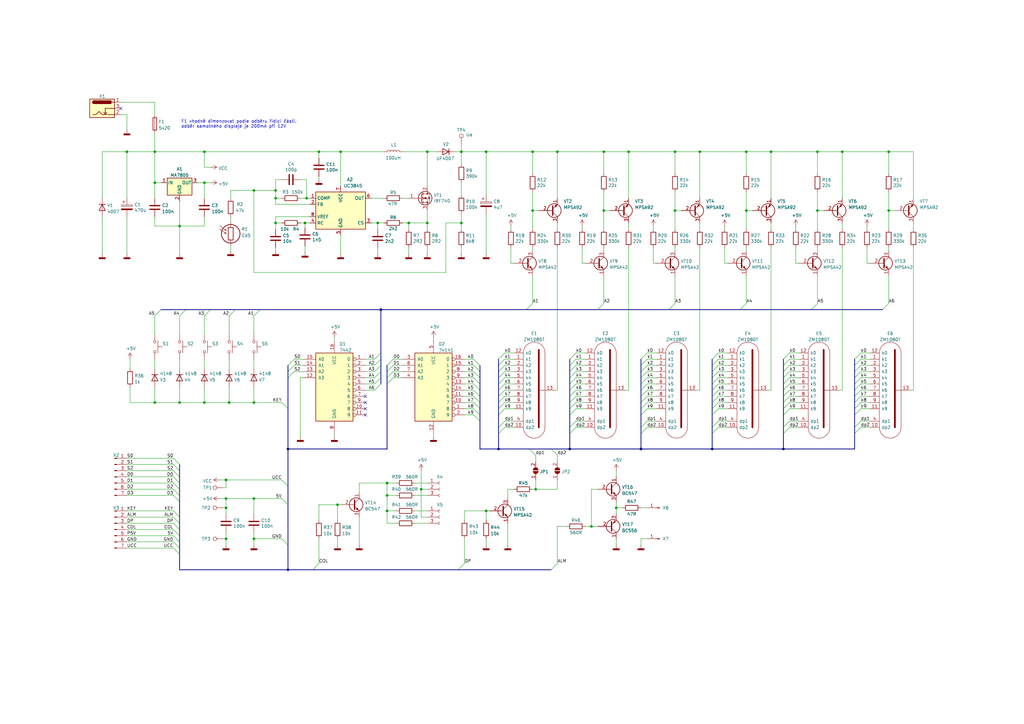
<source format=kicad_sch>
(kicad_sch (version 20211123) (generator eeschema)
  (paper "A3")
  (title_block (title "Universal nixie clock display board") (date "11. 2. ~{23}") (rev "1.0") (company "P. V. B. - Crazy Electronics") (comment 1 "Změny v zapojení vyhrazeny"))
  (lib_symbols
    (symbol "Connector:Barrel_Jack_Switch" (pin_names hide)
      (property "Reference" "J" (at 0 5.334 0))
      (property "Value" "Barrel_Jack_Switch" (at 0 -5.08 0))
      (symbol "Barrel_Jack_Switch_1_1"
        (pin passive line (at 7.62 2.54 180) (length 2.54) (name "~") (number "1"))
        (pin passive line (at 7.62 -2.54 180) (length 2.54) (name "~") (number "2"))
        (pin passive line (at 7.62 0 180) (length 2.54) (name "~") (number "3"))
      )
    )
    (symbol "Connector:Conn_01x01_Male" (pin_names (offset 1.016) hide)
      (property "Reference" "J" (at 0 2.54 0))
      (property "Value" "Conn_01x01_Male" (at 0 -2.54 0))
      (symbol "Conn_01x01_Male_1_1"
        (pin passive line (at 5.08 0 180) (length 3.81) (name "Pin_1") (number "1"))
      )
    )
    (symbol "Connector:Conn_01x03_Female" (pin_names (offset 1.016) hide)
      (property "Reference" "J" (at 0 5.08 0))
      (property "Value" "Conn_01x03_Female" (at 0 -5.08 0))
      (symbol "Conn_01x03_Female_1_1"
        (pin passive line (at -5.08 2.54 0) (length 3.81) (name "Pin_1") (number "1"))
        (pin passive line (at -5.08 0 0) (length 3.81) (name "Pin_2") (number "2"))
        (pin passive line (at -5.08 -2.54 0) (length 3.81) (name "Pin_3") (number "3"))
      )
    )
    (symbol "Connector:Conn_01x07_Male" (pin_names (offset 1.016) hide)
      (property "Reference" "J" (at 0 10.16 0))
      (property "Value" "Conn_01x07_Male" (at 0 -10.16 0))
      (symbol "Conn_01x07_Male_1_1"
        (pin passive line (at 5.08 7.62 180) (length 3.81) (name "Pin_1") (number "1"))
        (pin passive line (at 5.08 5.08 180) (length 3.81) (name "Pin_2") (number "2"))
        (pin passive line (at 5.08 2.54 180) (length 3.81) (name "Pin_3") (number "3"))
        (pin passive line (at 5.08 0 180) (length 3.81) (name "Pin_4") (number "4"))
        (pin passive line (at 5.08 -2.54 180) (length 3.81) (name "Pin_5") (number "5"))
        (pin passive line (at 5.08 -5.08 180) (length 3.81) (name "Pin_6") (number "6"))
        (pin passive line (at 5.08 -7.62 180) (length 3.81) (name "Pin_7") (number "7"))
      )
    )
    (symbol "Connector:TestPoint" (pin_numbers hide) (pin_names (offset 0.762) hide)
      (property "Reference" "TP" (at 0 6.858 0))
      (property "Value" "TestPoint" (at 0 5.08 0))
      (symbol "TestPoint_1_1"
        (pin passive line (at 0 0 90) (length 2.54) (name "1") (number "1"))
      )
    )
    (symbol "Device:C" (pin_numbers hide) (pin_names (offset 0.254))
      (property "Reference" "C" (at 0.635 2.54 0))
      (property "Value" "C" (at 0.635 -2.54 0))
      (symbol "C_1_1"
        (pin passive line (at 0 3.81 270) (length 2.794) (name "~") (number "1"))
        (pin passive line (at 0 -3.81 90) (length 2.794) (name "~") (number "2"))
      )
    )
    (symbol "Device:Fuse" (pin_numbers hide) (pin_names (offset 0))
      (property "Reference" "F" (at 2.032 0 90))
      (property "Value" "Fuse" (at -1.905 0 90))
      (symbol "Fuse_1_1"
        (pin passive line (at 0 3.81 270) (length 1.27) (name "~") (number "1"))
        (pin passive line (at 0 -3.81 90) (length 1.27) (name "~") (number "2"))
      )
    )
    (symbol "Device:L" (pin_numbers hide) (pin_names (offset 1.016) hide)
      (property "Reference" "L" (at -1.27 0 90))
      (property "Value" "L" (at 1.905 0 90))
      (symbol "L_1_1"
        (pin passive line (at 0 3.81 270) (length 1.27) (name "1") (number "1"))
        (pin passive line (at 0 -3.81 90) (length 1.27) (name "2") (number "2"))
      )
    )
    (symbol "Device:R" (pin_numbers hide) (pin_names (offset 0))
      (property "Reference" "R" (at 2.032 0 90))
      (property "Value" "R" (at 0 0 90))
      (symbol "R_1_1"
        (pin passive line (at 0 3.81 270) (length 1.27) (name "~") (number "1"))
        (pin passive line (at 0 -3.81 90) (length 1.27) (name "~") (number "2"))
      )
    )
    (symbol "Jumper:SolderJumper_2_Open" (pin_names (offset 0) hide)
      (property "Reference" "JP" (at 0 2.032 0))
      (property "Value" "SolderJumper_2_Open" (at 0 -2.54 0))
      (symbol "SolderJumper_2_Open_1_1"
        (pin passive line (at -3.81 0 0) (length 2.54) (name "A") (number "1"))
        (pin passive line (at 3.81 0 180) (length 2.54) (name "B") (number "2"))
      )
    )
    (symbol "MyComponents:74141" (pin_names (offset 1.016))
      (property "Reference" "D" (at 5.08 17.78 0))
      (property "Value" "74141" (at 5.08 15.24 0))
      (symbol "74141_1_0"
        (pin output inverted (at 12.7 -10.16 180) (length 5.08) (name "8") (number "1"))
        (pin output inverted (at 12.7 -7.62 180) (length 5.08) (name "7") (number "10"))
        (pin output inverted (at 12.7 -5.08 180) (length 5.08) (name "6") (number "11"))
        (pin power_in line (at 0 -20.32 90) (length 5.08) (name "GND") (number "12"))
        (pin output inverted (at 12.7 0 180) (length 5.08) (name "4") (number "13"))
        (pin output inverted (at 12.7 -2.54 180) (length 5.08) (name "5") (number "14"))
        (pin output inverted (at 12.7 7.62 180) (length 5.08) (name "1") (number "15"))
        (pin output inverted (at 12.7 10.16 180) (length 5.08) (name "0") (number "16"))
        (pin output inverted (at 12.7 -12.7 180) (length 5.08) (name "9") (number "2"))
        (pin input line (at -12.7 10.16 0) (length 5.08) (name "A0") (number "3"))
        (pin input line (at -12.7 2.54 0) (length 5.08) (name "A3") (number "4"))
        (pin power_in line (at 0 17.78 270) (length 5.08) (name "VCC") (number "5"))
        (pin input line (at -12.7 7.62 0) (length 5.08) (name "A1") (number "6"))
        (pin input line (at -12.7 5.08 0) (length 5.08) (name "A2") (number "7"))
        (pin output inverted (at 12.7 5.08 180) (length 5.08) (name "2") (number "8"))
        (pin output inverted (at 12.7 2.54 180) (length 5.08) (name "3") (number "9"))
      )
    )
    (symbol "MyComponents:7442" (pin_names (offset 1.016))
      (property "Reference" "D" (at 3.81 16.51 0))
      (property "Value" "7442" (at 5.08 13.97 0))
      (symbol "7442_1_0"
        (pin output inverted (at 12.7 10.16 180) (length 5.08) (name "0") (number "1"))
        (pin output inverted (at 12.7 -10.16 180) (length 5.08) (name "8") (number "10"))
        (pin output inverted (at 12.7 -12.7 180) (length 5.08) (name "9") (number "11"))
        (pin input line (at -12.7 2.54 0) (length 5.08) (name "A3") (number "12"))
        (pin input line (at -12.7 5.08 0) (length 5.08) (name "A2") (number "13"))
        (pin input line (at -12.7 7.62 0) (length 5.08) (name "A1") (number "14"))
        (pin input line (at -12.7 10.16 0) (length 5.08) (name "A0") (number "15"))
        (pin power_in line (at 0 17.78 270) (length 5.08) (name "VCC") (number "16"))
        (pin output inverted (at 12.7 7.62 180) (length 5.08) (name "1") (number "2"))
        (pin output inverted (at 12.7 5.08 180) (length 5.08) (name "2") (number "3"))
        (pin output inverted (at 12.7 2.54 180) (length 5.08) (name "3") (number "4"))
        (pin output inverted (at 12.7 0 180) (length 5.08) (name "4") (number "5"))
        (pin output inverted (at 12.7 -2.54 180) (length 5.08) (name "5") (number "6"))
        (pin output inverted (at 12.7 -5.08 180) (length 5.08) (name "6") (number "7"))
        (pin power_in line (at 0 -20.32 90) (length 5.08) (name "GND") (number "8"))
        (pin output inverted (at 12.7 -7.62 180) (length 5.08) (name "7") (number "9"))
      )
    )
    (symbol "MyComponents:D" (pin_numbers hide) (pin_names (offset 1.016) hide)
      (property "Reference" "V" (at 0 2.54 0))
      (property "Value" "D" (at 0 -2.54 0))
      (symbol "D_1_1"
        (pin passive line (at -3.81 0 0) (length 2.54) (name "K") (number "1"))
        (pin passive line (at 3.81 0 180) (length 2.54) (name "A") (number "2"))
      )
    )
    (symbol "MyComponents:LDR" (pin_numbers hide) (pin_names (offset 0))
      (property "Reference" "R" (at 5.08 1.27 0))
      (symbol "LDR_1_1"
        (pin passive line (at 0 5.08 270) (length 2.54) (name "~") (number "1"))
        (pin passive line (at 0 -5.08 90) (length 2.54) (name "~") (number "2"))
      )
    )
    (symbol "MyComponents:MA7805" (pin_names (offset 0.254))
      (property "Reference" "A" (at -3.81 3.175 0))
      (property "Value" "MA7805" (at 0 3.175 0))
      (symbol "MA7805_1_1"
        (pin power_in line (at -7.62 0 0) (length 2.54) (name "IN") (number "1"))
        (pin power_in line (at 0 -7.62 90) (length 2.54) (name "GND") (number "2"))
        (pin power_out line (at 7.62 0 180) (length 2.54) (name "OUT") (number "3"))
      )
    )
    (symbol "MyComponents:MPSA42" (pin_names (offset 1.016) hide)
      (property "Reference" "VT" (at 5.08 1.905 0))
      (property "Value" "MPSA42" (at 5.08 0 0))
      (symbol "MPSA42_1_1"
        (pin passive line (at 2.54 -5.08 90) (length 2.54) (name "E") (number "1"))
        (pin input line (at -5.08 0 0) (length 5.08) (name "B") (number "2"))
        (pin passive line (at 2.54 5.08 270) (length 2.54) (name "C") (number "3"))
      )
    )
    (symbol "MyComponents:MPSA92" (pin_names (offset 1.016) hide)
      (property "Reference" "VT" (at 5.08 1.905 0))
      (property "Value" "MPSA92" (at 5.08 0 0))
      (symbol "MPSA92_1_1"
        (pin passive line (at 2.54 -5.08 90) (length 2.54) (name "E") (number "1"))
        (pin input line (at -5.08 0 0) (length 5.08) (name "B") (number "2"))
        (pin passive line (at 2.54 5.08 270) (length 2.54) (name "C") (number "3"))
      )
    )
    (symbol "MyComponents:ZM1080T" (pin_names (offset 1.016))
      (property "Reference" "E" (at 8.89 7.62 0))
      (property "Value" "ZM1080T" (at 8.89 5.08 0))
      (symbol "ZM1080T_1_1"
        (pin input line (at -8.89 5.08 0) (length 3.7084) (name "k1") (number "1"))
        (pin input line (at -8.89 -22.86 0) (length 3.7084) (name "dp2") (number "10"))
        (pin input line (at -8.89 -15.24 0) (length 3.7084) (name "k9") (number "11"))
        (pin input line (at -8.89 7.62 0) (length 3.7084) (name "k0") (number "12"))
        (pin input line (at 7.62 -7.62 180) (length 3.7084) (name "~") (number "13"))
        (pin input line (at -8.89 2.54 0) (length 3.7084) (name "k2") (number "2"))
        (pin input line (at -8.89 0 0) (length 3.7084) (name "k3") (number "3"))
        (pin input line (at -8.89 -20.32 0) (length 3.7084) (name "dp1") (number "4"))
        (pin input line (at -8.89 -2.54 0) (length 3.7084) (name "k4") (number "5"))
        (pin input line (at -8.89 -5.08 0) (length 3.7084) (name "k5") (number "6"))
        (pin input line (at -8.89 -7.62 0) (length 3.7084) (name "k6") (number "7"))
        (pin input line (at -8.89 -10.16 0) (length 3.7084) (name "k7") (number "8"))
        (pin input line (at -8.89 -12.7 0) (length 3.7084) (name "k8") (number "9"))
      )
    )
    (symbol "Regulator_Controller:UC3845_DIP8"
      (property "Reference" "U" (at 3.81 11.43 0))
      (property "Value" "UC3845_DIP8" (at 3.81 8.89 0))
      (symbol "UC3845_DIP8_1_1"
        (pin passive line (at -12.7 5.08 0) (length 2.54) (name "COMP") (number "1"))
        (pin input line (at -12.7 2.54 0) (length 2.54) (name "FB") (number "2"))
        (pin input line (at 12.7 -5.08 180) (length 2.54) (name "CS") (number "3"))
        (pin passive line (at -12.7 -5.08 0) (length 2.54) (name "RC") (number "4"))
        (pin power_in line (at 0 -10.16 90) (length 2.54) (name "GND") (number "5"))
        (pin output line (at 12.7 5.08 180) (length 2.54) (name "OUT") (number "6"))
        (pin power_in line (at 0 10.16 270) (length 2.54) (name "VCC") (number "7"))
        (pin power_out line (at -12.7 -2.54 0) (length 2.54) (name "VREF") (number "8"))
      )
    )
    (symbol "Switch:SW_Push" (pin_numbers hide) (pin_names (offset 1.016) hide)
      (property "Reference" "SW" (at 1.27 2.54 0))
      (property "Value" "SW_Push" (at 0 -1.524 0))
      (symbol "SW_Push_0_1"
        (pin passive line (at -5.08 0 0) (length 2.54) (name "1") (number "1"))
        (pin passive line (at 5.08 0 180) (length 2.54) (name "2") (number "2"))
      )
    )
    (symbol "Transistor_BJT:BC547" (pin_names (offset 0) hide)
      (property "Reference" "Q" (at 5.08 1.905 0))
      (property "Value" "BC547" (at 5.08 0 0))
      (symbol "BC547_1_1"
        (pin passive line (at 2.54 5.08 270) (length 2.54) (name "C") (number "1"))
        (pin input line (at -5.08 0 0) (length 5.08) (name "B") (number "2"))
        (pin passive line (at 2.54 -5.08 90) (length 2.54) (name "E") (number "3"))
      )
    )
    (symbol "Transistor_BJT:BC556" (pin_names (offset 0) hide)
      (property "Reference" "Q" (at 5.08 1.905 0))
      (property "Value" "BC556" (at 5.08 0 0))
      (symbol "BC556_1_1"
        (pin passive line (at 2.54 5.08 270) (length 2.54) (name "C") (number "1"))
        (pin input line (at -5.08 0 0) (length 5.715) (name "B") (number "2"))
        (pin passive line (at 2.54 -5.08 90) (length 2.54) (name "E") (number "3"))
      )
    )
    (symbol "Transistor_FET:IRF740" (pin_names hide)
      (property "Reference" "Q" (at 6.35 1.905 0))
      (property "Value" "IRF740" (at 6.35 0 0))
      (symbol "IRF740_1_1"
        (pin input line (at -5.08 0 0) (length 2.54) (name "G") (number "1"))
        (pin passive line (at 2.54 5.08 270) (length 2.54) (name "D") (number "2"))
        (pin passive line (at 2.54 -5.08 90) (length 2.54) (name "S") (number "3"))
      )
    )
    (symbol "display_board-rescue:CP-Device" (pin_numbers hide) (pin_names (offset 0.254))
      (property "Reference" "C" (at 0.635 2.54 0))
      (property "Value" "CP-Device" (at 0.635 -2.54 0))
      (symbol "CP-Device_1_1"
        (pin passive line (at 0 3.81 270) (length 2.794) (name "~") (number "1"))
        (pin passive line (at 0 -3.81 90) (length 2.794) (name "~") (number "2"))
      )
    )
    (symbol "power:+5V" (power) (pin_names (offset 0))
      (property "Value" "+5V" (at 0 3.556 0))
      (symbol "+5V_1_1"
        (pin power_in line (at 0 0 90) (length 0) hide (name "+5V") (number "1"))
      )
    )
    (symbol "power:GNDD" (power) (pin_names (offset 0))
      (property "Value" "GNDD" (at 0 -3.175 0))
      (symbol "GNDD_1_1"
        (pin power_in line (at 0 0 270) (length 0) hide (name "GNDD") (number "1"))
      )
    )
    (symbol "power:VCC" (power) (pin_names (offset 0))
      (property "Value" "VCC" (at 0 3.81 0))
      (symbol "VCC_1_1"
        (pin power_in line (at 0 0 90) (length 0) hide (name "VCC") (number "1"))
      )
    )
  )
  (junction (at 92.71 208.28))
  (junction (at 130.81 62.23))
  (junction (at 247.65 62.23))
  (junction (at 321.31 184.15))
  (junction (at 156.21 127))
  (junction (at 83.82 74.93))
  (junction (at 92.71 196.85))
  (junction (at 118.11 184.15))
  (junction (at 247.65 86.36))
  (junction (at 104.14 204.47))
  (junction (at 104.14 78.105))
  (junction (at 364.49 62.23))
  (junction (at 125.73 81.28))
  (junction (at 199.39 209.55))
  (junction (at 335.28 62.23))
  (junction (at 233.68 184.15))
  (junction (at 73.66 165.1))
  (junction (at 189.23 91.44))
  (junction (at 172.72 200.66))
  (junction (at 218.44 86.36))
  (junction (at 167.64 91.44))
  (junction (at 73.66 92.71))
  (junction (at 83.82 165.1))
  (junction (at 139.7 62.23))
  (junction (at 63.5 62.23))
  (junction (at 118.11 233.68))
  (junction (at 92.71 204.47))
  (junction (at 252.73 208.28))
  (junction (at 204.47 184.15))
  (junction (at 113.03 81.28))
  (junction (at 364.49 86.36))
  (junction (at 63.5 165.1))
  (junction (at 316.23 62.23))
  (junction (at 276.86 86.36))
  (junction (at 154.94 91.44))
  (junction (at 63.5 74.93))
  (junction (at 228.6 62.23))
  (junction (at 306.07 86.36))
  (junction (at 92.71 220.98))
  (junction (at 158.75 209.55))
  (junction (at 292.1 184.15))
  (junction (at 125.095 91.44))
  (junction (at 158.75 203.2))
  (junction (at 218.44 62.23))
  (junction (at 189.23 62.23))
  (junction (at 175.26 91.44))
  (junction (at 242.57 215.9))
  (junction (at 113.03 91.44))
  (junction (at 175.26 62.23))
  (junction (at 257.81 62.23))
  (junction (at 262.89 184.15))
  (junction (at 306.07 62.23))
  (junction (at 199.39 62.23))
  (junction (at 335.28 86.36))
  (junction (at 158.75 198.12))
  (junction (at 113.03 78.105))
  (junction (at 345.44 62.23))
  (junction (at 83.82 62.23))
  (junction (at 104.14 220.98))
  (junction (at 138.43 207.01))
  (junction (at 52.07 62.23))
  (junction (at 287.02 62.23))
  (junction (at 104.14 165.1))
  (junction (at 219.71 200.66))
  (junction (at 276.86 62.23))
  (junction (at 93.98 165.1))
  (no_connect (at 149.86 162.56))
  (no_connect (at 149.86 165.1))
  (no_connect (at 149.86 167.64))
  (no_connect (at 49.53 44.45))
  (no_connect (at 149.86 170.18))
  (bus_entry (at 265.43 152.4) (size -2.54 2.54))
  (bus_entry (at 294.64 175.26) (size -2.54 2.54))
  (bus_entry (at 353.06 149.86) (size -2.54 2.54))
  (bus_entry (at 71.12 190.5) (size 2.54 2.54))
  (bus_entry (at 120.65 147.32) (size -2.54 2.54))
  (bus_entry (at 236.22 152.4) (size -2.54 2.54))
  (bus_entry (at 353.06 144.78) (size -2.54 2.54))
  (bus_entry (at 153.67 152.4) (size 2.54 -2.54))
  (bus_entry (at 207.01 149.86) (size -2.54 2.54))
  (bus_entry (at 207.01 175.26) (size -2.54 2.54))
  (bus_entry (at 265.43 144.78) (size -2.54 2.54))
  (bus_entry (at 106.68 127) (size -2.54 2.54))
  (bus_entry (at 215.9 127) (size 2.54 -2.54))
  (bus_entry (at 71.12 203.2) (size 2.54 2.54))
  (bus_entry (at 153.67 154.94) (size 2.54 -2.54))
  (bus_entry (at 194.31 165.1) (size 2.54 2.54))
  (bus_entry (at 207.01 160.02) (size -2.54 2.54))
  (bus_entry (at 194.31 149.86) (size 2.54 2.54))
  (bus_entry (at 226.06 184.15) (size 2.54 2.54))
  (bus_entry (at 71.12 222.25) (size 2.54 2.54))
  (bus_entry (at 217.17 184.15) (size 2.54 2.54))
  (bus_entry (at 323.85 167.64) (size -2.54 2.54))
  (bus_entry (at 294.64 162.56) (size -2.54 2.54))
  (bus_entry (at 153.67 157.48) (size 2.54 -2.54))
  (bus_entry (at 115.57 165.1) (size 2.54 2.54))
  (bus_entry (at 194.31 147.32) (size 2.54 2.54))
  (bus_entry (at 207.01 165.1) (size -2.54 2.54))
  (bus_entry (at 236.22 162.56) (size -2.54 2.54))
  (bus_entry (at 71.12 214.63) (size 2.54 2.54))
  (bus_entry (at 153.67 147.32) (size 2.54 -2.54))
  (bus_entry (at 294.64 160.02) (size -2.54 2.54))
  (bus_entry (at 265.43 172.72) (size -2.54 2.54))
  (bus_entry (at 115.57 196.85) (size 2.54 2.54))
  (bus_entry (at 194.31 167.64) (size 2.54 2.54))
  (bus_entry (at 153.67 160.02) (size 2.54 -2.54))
  (bus_entry (at 323.85 175.26) (size -2.54 2.54))
  (bus_entry (at 323.85 165.1) (size -2.54 2.54))
  (bus_entry (at 236.22 165.1) (size -2.54 2.54))
  (bus_entry (at 236.22 149.86) (size -2.54 2.54))
  (bus_entry (at 323.85 152.4) (size -2.54 2.54))
  (bus_entry (at 294.64 149.86) (size -2.54 2.54))
  (bus_entry (at 130.81 231.14) (size -2.54 2.54))
  (bus_entry (at 76.2 127) (size -2.54 2.54))
  (bus_entry (at 207.01 147.32) (size -2.54 2.54))
  (bus_entry (at 294.64 165.1) (size -2.54 2.54))
  (bus_entry (at 228.6 231.14) (size -2.54 2.54))
  (bus_entry (at 71.12 200.66) (size 2.54 2.54))
  (bus_entry (at 323.85 147.32) (size -2.54 2.54))
  (bus_entry (at 207.01 172.72) (size -2.54 2.54))
  (bus_entry (at 265.43 167.64) (size -2.54 2.54))
  (bus_entry (at 353.06 162.56) (size -2.54 2.54))
  (bus_entry (at 120.65 152.4) (size -2.54 2.54))
  (bus_entry (at 294.64 147.32) (size -2.54 2.54))
  (bus_entry (at 207.01 162.56) (size -2.54 2.54))
  (bus_entry (at 353.06 165.1) (size -2.54 2.54))
  (bus_entry (at 71.12 209.55) (size 2.54 2.54))
  (bus_entry (at 265.43 154.94) (size -2.54 2.54))
  (bus_entry (at 236.22 175.26) (size -2.54 2.54))
  (bus_entry (at 353.06 160.02) (size -2.54 2.54))
  (bus_entry (at 323.85 172.72) (size -2.54 2.54))
  (bus_entry (at 71.12 187.96) (size 2.54 2.54))
  (bus_entry (at 153.67 149.86) (size 2.54 -2.54))
  (bus_entry (at 194.31 162.56) (size 2.54 2.54))
  (bus_entry (at 236.22 167.64) (size -2.54 2.54))
  (bus_entry (at 194.31 170.18) (size 2.54 2.54))
  (bus_entry (at 71.12 217.17) (size 2.54 2.54))
  (bus_entry (at 323.85 160.02) (size -2.54 2.54))
  (bus_entry (at 265.43 149.86) (size -2.54 2.54))
  (bus_entry (at 115.57 204.47) (size 2.54 2.54))
  (bus_entry (at 207.01 157.48) (size -2.54 2.54))
  (bus_entry (at 353.06 167.64) (size -2.54 2.54))
  (bus_entry (at 323.85 149.86) (size -2.54 2.54))
  (bus_entry (at 353.06 152.4) (size -2.54 2.54))
  (bus_entry (at 71.12 195.58) (size 2.54 2.54))
  (bus_entry (at 161.29 149.86) (size -2.54 2.54))
  (bus_entry (at 353.06 172.72) (size -2.54 2.54))
  (bus_entry (at 294.64 172.72) (size -2.54 2.54))
  (bus_entry (at 236.22 172.72) (size -2.54 2.54))
  (bus_entry (at 332.74 127) (size 2.54 -2.54))
  (bus_entry (at 86.36 127) (size -2.54 2.54))
  (bus_entry (at 353.06 147.32) (size -2.54 2.54))
  (bus_entry (at 274.32 127) (size 2.54 -2.54))
  (bus_entry (at 265.43 157.48) (size -2.54 2.54))
  (bus_entry (at 207.01 154.94) (size -2.54 2.54))
  (bus_entry (at 207.01 167.64) (size -2.54 2.54))
  (bus_entry (at 194.31 152.4) (size 2.54 2.54))
  (bus_entry (at 236.22 144.78) (size -2.54 2.54))
  (bus_entry (at 265.43 165.1) (size -2.54 2.54))
  (bus_entry (at 66.04 127) (size -2.54 2.54))
  (bus_entry (at 71.12 193.04) (size 2.54 2.54))
  (bus_entry (at 323.85 162.56) (size -2.54 2.54))
  (bus_entry (at 265.43 175.26) (size -2.54 2.54))
  (bus_entry (at 323.85 157.48) (size -2.54 2.54))
  (bus_entry (at 71.12 224.79) (size 2.54 2.54))
  (bus_entry (at 207.01 144.78) (size -2.54 2.54))
  (bus_entry (at 71.12 219.71) (size 2.54 2.54))
  (bus_entry (at 294.64 157.48) (size -2.54 2.54))
  (bus_entry (at 161.29 152.4) (size -2.54 2.54))
  (bus_entry (at 161.29 147.32) (size -2.54 2.54))
  (bus_entry (at 194.31 160.02) (size 2.54 2.54))
  (bus_entry (at 361.95 127) (size 2.54 -2.54))
  (bus_entry (at 96.52 127) (size -2.54 2.54))
  (bus_entry (at 245.11 127) (size 2.54 -2.54))
  (bus_entry (at 236.22 160.02) (size -2.54 2.54))
  (bus_entry (at 353.06 157.48) (size -2.54 2.54))
  (bus_entry (at 265.43 147.32) (size -2.54 2.54))
  (bus_entry (at 265.43 160.02) (size -2.54 2.54))
  (bus_entry (at 353.06 175.26) (size -2.54 2.54))
  (bus_entry (at 294.64 154.94) (size -2.54 2.54))
  (bus_entry (at 294.64 152.4) (size -2.54 2.54))
  (bus_entry (at 236.22 147.32) (size -2.54 2.54))
  (bus_entry (at 265.43 162.56) (size -2.54 2.54))
  (bus_entry (at 303.53 127) (size 2.54 -2.54))
  (bus_entry (at 190.5 231.14) (size -2.54 2.54))
  (bus_entry (at 194.31 154.94) (size 2.54 2.54))
  (bus_entry (at 323.85 154.94) (size -2.54 2.54))
  (bus_entry (at 161.29 154.94) (size -2.54 2.54))
  (bus_entry (at 236.22 154.94) (size -2.54 2.54))
  (bus_entry (at 353.06 154.94) (size -2.54 2.54))
  (bus_entry (at 294.64 167.64) (size -2.54 2.54))
  (bus_entry (at 120.65 149.86) (size -2.54 2.54))
  (bus_entry (at 115.57 220.98) (size 2.54 2.54))
  (bus_entry (at 71.12 212.09) (size 2.54 2.54))
  (bus_entry (at 71.12 198.12) (size 2.54 2.54))
  (bus_entry (at 236.22 157.48) (size -2.54 2.54))
  (bus_entry (at 294.64 144.78) (size -2.54 2.54))
  (bus_entry (at 323.85 144.78) (size -2.54 2.54))
  (bus_entry (at 207.01 152.4) (size -2.54 2.54))
  (bus_entry (at 194.31 157.48) (size 2.54 2.54))
  (bus (pts (xy 118.11 199.39) (xy 118.11 207.01)))
  (wire (pts (xy 232.41 215.9) (xy 228.6 215.9)))
  (wire (pts (xy 218.44 78.74) (xy 218.44 86.36)))
  (bus (pts (xy 204.47 162.56) (xy 204.47 165.1)))
  (wire (pts (xy 335.28 78.74) (xy 335.28 86.36)))
  (wire (pts (xy 199.39 80.01) (xy 199.39 62.23)))
  (wire (pts (xy 41.91 81.28) (xy 41.91 62.23)))
  (wire (pts (xy 63.5 129.54) (xy 63.5 137.16)))
  (wire (pts (xy 294.64 162.56) (xy 298.45 162.56)))
  (wire (pts (xy 123.19 73.66) (xy 125.73 73.66)))
  (bus (pts (xy 321.31 152.4) (xy 321.31 154.94)))
  (wire (pts (xy 306.07 86.36) (xy 306.07 93.98)))
  (wire (pts (xy 186.69 62.23) (xy 189.23 62.23)))
  (bus (pts (xy 292.1 165.1) (xy 292.1 167.64)))
  (wire (pts (xy 161.29 154.94) (xy 165.1 154.94)))
  (wire (pts (xy 120.65 152.4) (xy 124.46 152.4)))
  (wire (pts (xy 149.86 149.86) (xy 153.67 149.86)))
  (wire (pts (xy 353.06 160.02) (xy 356.87 160.02)))
  (wire (pts (xy 276.86 113.03) (xy 276.86 124.46)))
  (bus (pts (xy 156.21 127) (xy 156.21 144.78)))
  (wire (pts (xy 294.64 147.32) (xy 298.45 147.32)))
  (wire (pts (xy 52.07 219.71) (xy 71.12 219.71)))
  (wire (pts (xy 236.22 154.94) (xy 240.03 154.94)))
  (wire (pts (xy 228.6 62.23) (xy 228.6 81.28)))
  (wire (pts (xy 52.07 193.04) (xy 71.12 193.04)))
  (wire (pts (xy 113.03 78.105) (xy 113.03 81.28)))
  (bus (pts (xy 321.31 160.02) (xy 321.31 162.56)))
  (wire (pts (xy 93.98 129.54) (xy 93.98 137.16)))
  (wire (pts (xy 63.5 46.99) (xy 63.5 41.91)))
  (wire (pts (xy 240.03 215.9) (xy 242.57 215.9)))
  (wire (pts (xy 41.91 62.23) (xy 52.07 62.23)))
  (wire (pts (xy 123.19 154.94) (xy 124.46 154.94)))
  (wire (pts (xy 63.5 54.61) (xy 63.5 62.23)))
  (wire (pts (xy 83.82 68.58) (xy 83.82 62.23)))
  (wire (pts (xy 190.5 220.98) (xy 190.5 231.14)))
  (bus (pts (xy 321.31 184.15) (xy 350.52 184.15)))
  (wire (pts (xy 63.5 88.9) (xy 63.5 92.71)))
  (bus (pts (xy 292.1 170.18) (xy 292.1 175.26)))
  (wire (pts (xy 149.86 160.02) (xy 153.67 160.02)))
  (wire (pts (xy 238.76 92.71) (xy 238.76 93.98)))
  (wire (pts (xy 247.65 86.36) (xy 247.65 93.98)))
  (wire (pts (xy 162.56 214.63) (xy 158.75 214.63)))
  (bus (pts (xy 156.21 149.86) (xy 156.21 152.4)))
  (wire (pts (xy 194.31 165.1) (xy 190.5 165.1)))
  (wire (pts (xy 257.81 62.23) (xy 276.86 62.23)))
  (wire (pts (xy 194.31 162.56) (xy 190.5 162.56)))
  (wire (pts (xy 207.01 147.32) (xy 210.82 147.32)))
  (wire (pts (xy 147.32 212.09) (xy 147.32 223.52)))
  (wire (pts (xy 236.22 147.32) (xy 240.03 147.32)))
  (wire (pts (xy 323.85 165.1) (xy 327.66 165.1)))
  (bus (pts (xy 196.85 157.48) (xy 196.85 160.02)))
  (wire (pts (xy 115.57 73.66) (xy 113.03 73.66)))
  (wire (pts (xy 127 91.44) (xy 125.095 91.44)))
  (wire (pts (xy 52.07 214.63) (xy 71.12 214.63)))
  (wire (pts (xy 104.14 129.54) (xy 104.14 137.16)))
  (wire (pts (xy 113.03 81.28) (xy 115.57 81.28)))
  (wire (pts (xy 104.14 204.47) (xy 115.57 204.47)))
  (bus (pts (xy 321.31 157.48) (xy 321.31 160.02)))
  (wire (pts (xy 130.81 213.36) (xy 130.81 207.01)))
  (bus (pts (xy 73.66 203.2) (xy 73.66 205.74)))
  (wire (pts (xy 353.06 147.32) (xy 356.87 147.32)))
  (wire (pts (xy 262.89 220.98) (xy 262.89 223.52)))
  (bus (pts (xy 196.85 154.94) (xy 196.85 157.48)))
  (wire (pts (xy 218.44 62.23) (xy 228.6 62.23)))
  (wire (pts (xy 345.44 62.23) (xy 345.44 81.28)))
  (wire (pts (xy 167.64 93.98) (xy 167.64 91.44)))
  (bus (pts (xy 196.85 170.18) (xy 196.85 172.72)))
  (bus (pts (xy 196.85 172.72) (xy 196.85 184.15)))
  (bus (pts (xy 158.75 157.48) (xy 158.75 184.15)))
  (wire (pts (xy 113.03 91.44) (xy 113.03 93.98)))
  (wire (pts (xy 125.095 91.44) (xy 125.095 93.345)))
  (bus (pts (xy 262.89 147.32) (xy 262.89 149.86)))
  (bus (pts (xy 73.66 205.74) (xy 73.66 212.09)))
  (wire (pts (xy 297.18 101.6) (xy 297.18 107.95)))
  (wire (pts (xy 323.85 160.02) (xy 327.66 160.02)))
  (wire (pts (xy 73.66 82.55) (xy 73.66 92.71)))
  (wire (pts (xy 236.22 175.26) (xy 240.03 175.26)))
  (wire (pts (xy 52.07 195.58) (xy 71.12 195.58)))
  (wire (pts (xy 257.81 101.6) (xy 257.81 160.02)))
  (bus (pts (xy 204.47 175.26) (xy 204.47 177.8)))
  (bus (pts (xy 262.89 170.18) (xy 262.89 175.26)))
  (wire (pts (xy 52.07 222.25) (xy 71.12 222.25)))
  (bus (pts (xy 292.1 152.4) (xy 292.1 154.94)))
  (bus (pts (xy 321.31 149.86) (xy 321.31 152.4)))
  (bus (pts (xy 215.9 127) (xy 245.11 127)))
  (wire (pts (xy 130.81 72.39) (xy 130.81 73.66)))
  (bus (pts (xy 196.85 152.4) (xy 196.85 154.94)))
  (wire (pts (xy 316.23 62.23) (xy 316.23 81.28)))
  (wire (pts (xy 374.65 62.23) (xy 374.65 81.28)))
  (bus (pts (xy 118.11 207.01) (xy 118.11 223.52)))
  (bus (pts (xy 233.68 157.48) (xy 233.68 160.02)))
  (wire (pts (xy 218.44 113.03) (xy 218.44 124.46)))
  (wire (pts (xy 247.65 86.36) (xy 250.19 86.36)))
  (wire (pts (xy 149.86 157.48) (xy 153.67 157.48)))
  (wire (pts (xy 83.82 165.1) (xy 93.98 165.1)))
  (wire (pts (xy 113.03 83.82) (xy 113.03 81.28)))
  (wire (pts (xy 265.43 165.1) (xy 269.24 165.1)))
  (wire (pts (xy 154.94 93.98) (xy 154.94 91.44)))
  (bus (pts (xy 106.68 127) (xy 156.21 127)))
  (wire (pts (xy 63.5 147.32) (xy 63.5 151.13)))
  (wire (pts (xy 374.65 160.02) (xy 373.38 160.02)))
  (wire (pts (xy 52.07 203.2) (xy 71.12 203.2)))
  (bus (pts (xy 350.52 175.26) (xy 350.52 177.8)))
  (wire (pts (xy 207.01 144.78) (xy 210.82 144.78)))
  (wire (pts (xy 326.39 92.71) (xy 326.39 93.98)))
  (wire (pts (xy 297.18 92.71) (xy 297.18 93.98)))
  (bus (pts (xy 73.66 222.25) (xy 73.66 224.79)))
  (bus (pts (xy 292.1 167.64) (xy 292.1 170.18)))
  (wire (pts (xy 52.07 217.17) (xy 71.12 217.17)))
  (wire (pts (xy 364.49 62.23) (xy 364.49 71.12)))
  (wire (pts (xy 294.64 157.48) (xy 298.45 157.48)))
  (wire (pts (xy 242.57 215.9) (xy 245.11 215.9)))
  (wire (pts (xy 73.66 129.54) (xy 73.66 137.16)))
  (wire (pts (xy 90.17 196.85) (xy 92.71 196.85)))
  (bus (pts (xy 158.75 152.4) (xy 158.75 154.94)))
  (wire (pts (xy 53.34 147.32) (xy 53.34 151.13)))
  (wire (pts (xy 267.97 101.6) (xy 267.97 107.95)))
  (wire (pts (xy 52.07 212.09) (xy 71.12 212.09)))
  (bus (pts (xy 204.47 177.8) (xy 204.47 184.15)))
  (bus (pts (xy 196.85 160.02) (xy 196.85 162.56)))
  (wire (pts (xy 236.22 152.4) (xy 240.03 152.4)))
  (wire (pts (xy 63.5 81.28) (xy 63.5 74.93)))
  (wire (pts (xy 138.43 207.01) (xy 139.7 207.01)))
  (wire (pts (xy 194.31 147.32) (xy 190.5 147.32)))
  (wire (pts (xy 265.43 162.56) (xy 269.24 162.56)))
  (wire (pts (xy 335.28 113.03) (xy 335.28 124.46)))
  (wire (pts (xy 177.8 138.43) (xy 177.8 139.7)))
  (wire (pts (xy 194.31 154.94) (xy 190.5 154.94)))
  (wire (pts (xy 294.64 175.26) (xy 298.45 175.26)))
  (wire (pts (xy 53.34 165.1) (xy 63.5 165.1)))
  (wire (pts (xy 265.43 175.26) (xy 269.24 175.26)))
  (wire (pts (xy 294.64 160.02) (xy 298.45 160.02)))
  (bus (pts (xy 321.31 184.15) (xy 292.1 184.15)))
  (wire (pts (xy 83.82 81.28) (xy 83.82 74.93)))
  (wire (pts (xy 139.7 104.14) (xy 139.7 96.52)))
  (wire (pts (xy 130.81 207.01) (xy 138.43 207.01)))
  (wire (pts (xy 73.66 147.32) (xy 73.66 151.13)))
  (wire (pts (xy 345.44 101.6) (xy 345.44 160.02)))
  (wire (pts (xy 91.44 208.28) (xy 92.71 208.28)))
  (wire (pts (xy 306.07 62.23) (xy 316.23 62.23)))
  (wire (pts (xy 189.23 104.14) (xy 189.23 101.6)))
  (wire (pts (xy 228.6 186.69) (xy 228.6 189.23)))
  (wire (pts (xy 276.86 86.36) (xy 276.86 93.98)))
  (bus (pts (xy 196.85 184.15) (xy 204.47 184.15)))
  (bus (pts (xy 156.21 144.78) (xy 156.21 147.32)))
  (wire (pts (xy 175.26 62.23) (xy 175.26 76.2)))
  (bus (pts (xy 321.31 147.32) (xy 321.31 149.86)))
  (bus (pts (xy 86.36 127) (xy 96.52 127)))
  (wire (pts (xy 189.23 62.23) (xy 199.39 62.23)))
  (bus (pts (xy 156.21 127) (xy 215.9 127)))
  (wire (pts (xy 125.095 91.44) (xy 123.19 91.44)))
  (wire (pts (xy 287.02 62.23) (xy 306.07 62.23)))
  (wire (pts (xy 63.5 74.93) (xy 66.04 74.93)))
  (wire (pts (xy 189.23 62.23) (xy 189.23 67.31)))
  (wire (pts (xy 242.57 200.66) (xy 242.57 215.9)))
  (wire (pts (xy 190.5 209.55) (xy 190.5 213.36)))
  (bus (pts (xy 292.1 147.32) (xy 292.1 149.86)))
  (wire (pts (xy 190.5 209.55) (xy 199.39 209.55)))
  (wire (pts (xy 158.75 209.55) (xy 158.75 203.2)))
  (wire (pts (xy 236.22 144.78) (xy 240.03 144.78)))
  (bus (pts (xy 76.2 127) (xy 86.36 127)))
  (wire (pts (xy 374.65 101.6) (xy 374.65 160.02)))
  (wire (pts (xy 175.26 200.66) (xy 172.72 200.66)))
  (wire (pts (xy 94.615 88.9) (xy 94.615 90.805)))
  (wire (pts (xy 364.49 86.36) (xy 364.49 93.98)))
  (bus (pts (xy 196.85 165.1) (xy 196.85 167.64)))
  (wire (pts (xy 73.66 165.1) (xy 83.82 165.1)))
  (bus (pts (xy 350.52 147.32) (xy 350.52 149.86)))
  (bus (pts (xy 128.27 233.68) (xy 187.96 233.68)))
  (bus (pts (xy 156.21 154.94) (xy 156.21 157.48)))
  (wire (pts (xy 73.66 158.75) (xy 73.66 165.1)))
  (wire (pts (xy 276.86 78.74) (xy 276.86 86.36)))
  (wire (pts (xy 182.88 91.44) (xy 182.88 111.76)))
  (wire (pts (xy 276.86 102.87) (xy 276.86 101.6)))
  (wire (pts (xy 125.73 73.66) (xy 125.73 81.28)))
  (wire (pts (xy 199.39 87.63) (xy 199.39 104.14)))
  (wire (pts (xy 83.82 129.54) (xy 83.82 137.16)))
  (wire (pts (xy 165.1 62.23) (xy 175.26 62.23)))
  (wire (pts (xy 335.28 102.87) (xy 335.28 101.6)))
  (wire (pts (xy 92.71 208.28) (xy 92.71 204.47)))
  (wire (pts (xy 218.44 200.66) (xy 219.71 200.66)))
  (wire (pts (xy 86.36 68.58) (xy 83.82 68.58)))
  (wire (pts (xy 306.07 102.87) (xy 306.07 101.6)))
  (wire (pts (xy 92.71 218.44) (xy 92.71 220.98)))
  (wire (pts (xy 236.22 167.64) (xy 240.03 167.64)))
  (bus (pts (xy 96.52 127) (xy 106.68 127)))
  (wire (pts (xy 316.23 101.6) (xy 316.23 160.02)))
  (bus (pts (xy 262.89 175.26) (xy 262.89 177.8)))
  (bus (pts (xy 196.85 149.86) (xy 196.85 152.4)))
  (wire (pts (xy 104.14 78.105) (xy 113.03 78.105)))
  (wire (pts (xy 63.5 62.23) (xy 83.82 62.23)))
  (wire (pts (xy 207.01 172.72) (xy 210.82 172.72)))
  (bus (pts (xy 262.89 149.86) (xy 262.89 152.4)))
  (bus (pts (xy 321.31 165.1) (xy 321.31 167.64)))
  (wire (pts (xy 207.01 175.26) (xy 210.82 175.26)))
  (wire (pts (xy 158.75 198.12) (xy 162.56 198.12)))
  (wire (pts (xy 175.26 104.14) (xy 175.26 101.6)))
  (bus (pts (xy 233.68 167.64) (xy 233.68 170.18)))
  (wire (pts (xy 252.73 208.28) (xy 252.73 205.74)))
  (wire (pts (xy 189.23 74.93) (xy 189.23 80.01)))
  (wire (pts (xy 167.64 104.14) (xy 167.64 101.6)))
  (wire (pts (xy 218.44 62.23) (xy 218.44 71.12)))
  (wire (pts (xy 158.75 214.63) (xy 158.75 209.55)))
  (bus (pts (xy 73.66 227.33) (xy 73.66 233.68)))
  (wire (pts (xy 165.1 91.44) (xy 167.64 91.44)))
  (wire (pts (xy 236.22 162.56) (xy 240.03 162.56)))
  (bus (pts (xy 204.47 147.32) (xy 204.47 149.86)))
  (bus (pts (xy 262.89 162.56) (xy 262.89 165.1)))
  (wire (pts (xy 208.28 200.66) (xy 208.28 204.47)))
  (bus (pts (xy 204.47 154.94) (xy 204.47 157.48)))
  (wire (pts (xy 252.73 220.98) (xy 252.73 223.52)))
  (wire (pts (xy 177.8 177.8) (xy 177.8 179.07)))
  (bus (pts (xy 292.1 162.56) (xy 292.1 165.1)))
  (wire (pts (xy 323.85 172.72) (xy 327.66 172.72)))
  (wire (pts (xy 265.43 172.72) (xy 269.24 172.72)))
  (bus (pts (xy 245.11 127) (xy 274.32 127)))
  (bus (pts (xy 204.47 149.86) (xy 204.47 152.4)))
  (wire (pts (xy 113.03 91.44) (xy 113.03 88.9)))
  (bus (pts (xy 73.66 217.17) (xy 73.66 219.71)))
  (bus (pts (xy 262.89 177.8) (xy 262.89 184.15)))
  (bus (pts (xy 321.31 167.64) (xy 321.31 170.18)))
  (bus (pts (xy 350.52 152.4) (xy 350.52 154.94)))
  (wire (pts (xy 276.86 86.36) (xy 279.4 86.36)))
  (wire (pts (xy 73.66 92.71) (xy 83.82 92.71)))
  (bus (pts (xy 158.75 149.86) (xy 158.75 152.4)))
  (wire (pts (xy 218.44 102.87) (xy 218.44 101.6)))
  (wire (pts (xy 364.49 62.23) (xy 374.65 62.23)))
  (bus (pts (xy 262.89 160.02) (xy 262.89 162.56)))
  (bus (pts (xy 274.32 127) (xy 303.53 127)))
  (wire (pts (xy 170.18 214.63) (xy 175.26 214.63)))
  (bus (pts (xy 233.68 170.18) (xy 233.68 175.26)))
  (wire (pts (xy 123.19 81.28) (xy 125.73 81.28)))
  (bus (pts (xy 262.89 184.15) (xy 292.1 184.15)))
  (bus (pts (xy 292.1 149.86) (xy 292.1 152.4)))
  (bus (pts (xy 292.1 157.48) (xy 292.1 160.02)))
  (bus (pts (xy 73.66 195.58) (xy 73.66 198.12)))
  (wire (pts (xy 227.33 160.02) (xy 228.6 160.02)))
  (wire (pts (xy 294.64 152.4) (xy 298.45 152.4)))
  (wire (pts (xy 104.14 147.32) (xy 104.14 151.13)))
  (bus (pts (xy 156.21 152.4) (xy 156.21 154.94)))
  (wire (pts (xy 294.64 154.94) (xy 298.45 154.94)))
  (wire (pts (xy 265.43 152.4) (xy 269.24 152.4)))
  (wire (pts (xy 252.73 193.04) (xy 252.73 195.58)))
  (wire (pts (xy 265.43 167.64) (xy 269.24 167.64)))
  (bus (pts (xy 118.11 152.4) (xy 118.11 154.94)))
  (wire (pts (xy 149.86 147.32) (xy 153.67 147.32)))
  (bus (pts (xy 204.47 157.48) (xy 204.47 160.02)))
  (wire (pts (xy 194.31 167.64) (xy 190.5 167.64)))
  (wire (pts (xy 335.28 62.23) (xy 335.28 71.12)))
  (wire (pts (xy 53.34 158.75) (xy 53.34 165.1)))
  (wire (pts (xy 137.16 177.8) (xy 137.16 179.07)))
  (bus (pts (xy 233.68 154.94) (xy 233.68 157.48)))
  (bus (pts (xy 321.31 177.8) (xy 321.31 184.15)))
  (bus (pts (xy 262.89 157.48) (xy 262.89 160.02)))
  (wire (pts (xy 228.6 215.9) (xy 228.6 231.14)))
  (wire (pts (xy 161.29 149.86) (xy 165.1 149.86)))
  (wire (pts (xy 294.64 144.78) (xy 298.45 144.78)))
  (wire (pts (xy 139.7 62.23) (xy 157.48 62.23)))
  (wire (pts (xy 287.02 160.02) (xy 285.75 160.02)))
  (wire (pts (xy 316.23 62.23) (xy 335.28 62.23)))
  (wire (pts (xy 120.65 147.32) (xy 124.46 147.32)))
  (wire (pts (xy 83.82 147.32) (xy 83.82 151.13)))
  (bus (pts (xy 233.68 175.26) (xy 233.68 177.8)))
  (bus (pts (xy 73.66 190.5) (xy 73.66 193.04)))
  (wire (pts (xy 316.23 93.98) (xy 316.23 91.44)))
  (wire (pts (xy 130.81 62.23) (xy 139.7 62.23)))
  (wire (pts (xy 345.44 160.02) (xy 344.17 160.02)))
  (wire (pts (xy 92.71 196.85) (xy 115.57 196.85)))
  (bus (pts (xy 156.21 147.32) (xy 156.21 149.86)))
  (wire (pts (xy 335.28 86.36) (xy 335.28 93.98)))
  (wire (pts (xy 41.91 88.9) (xy 41.91 104.14)))
  (bus (pts (xy 350.52 157.48) (xy 350.52 160.02)))
  (wire (pts (xy 52.07 46.99) (xy 52.07 53.34)))
  (wire (pts (xy 218.44 86.36) (xy 220.98 86.36)))
  (wire (pts (xy 265.43 149.86) (xy 269.24 149.86)))
  (wire (pts (xy 104.14 220.98) (xy 104.14 223.52)))
  (wire (pts (xy 147.32 198.12) (xy 147.32 201.93)))
  (wire (pts (xy 63.5 158.75) (xy 63.5 165.1)))
  (wire (pts (xy 218.44 86.36) (xy 218.44 93.98)))
  (bus (pts (xy 73.66 214.63) (xy 73.66 217.17)))
  (wire (pts (xy 113.03 91.44) (xy 115.57 91.44)))
  (wire (pts (xy 306.07 78.74) (xy 306.07 86.36)))
  (bus (pts (xy 204.47 165.1) (xy 204.47 167.64)))
  (wire (pts (xy 323.85 154.94) (xy 327.66 154.94)))
  (bus (pts (xy 73.66 198.12) (xy 73.66 200.66)))
  (wire (pts (xy 353.06 167.64) (xy 356.87 167.64)))
  (wire (pts (xy 172.72 193.04) (xy 172.72 200.66)))
  (wire (pts (xy 355.6 92.71) (xy 355.6 93.98)))
  (wire (pts (xy 209.55 107.95) (xy 210.82 107.95)))
  (wire (pts (xy 157.48 91.44) (xy 154.94 91.44)))
  (wire (pts (xy 265.43 160.02) (xy 269.24 160.02)))
  (wire (pts (xy 364.49 113.03) (xy 364.49 124.46)))
  (wire (pts (xy 267.97 107.95) (xy 269.24 107.95)))
  (wire (pts (xy 92.71 204.47) (xy 104.14 204.47)))
  (bus (pts (xy 292.1 160.02) (xy 292.1 162.56)))
  (wire (pts (xy 335.28 62.23) (xy 345.44 62.23)))
  (bus (pts (xy 204.47 170.18) (xy 204.47 175.26)))
  (wire (pts (xy 94.615 78.105) (xy 104.14 78.105)))
  (wire (pts (xy 353.06 144.78) (xy 356.87 144.78)))
  (bus (pts (xy 187.96 233.68) (xy 226.06 233.68)))
  (wire (pts (xy 219.71 196.85) (xy 219.71 200.66)))
  (wire (pts (xy 52.07 200.66) (xy 71.12 200.66)))
  (wire (pts (xy 353.06 157.48) (xy 356.87 157.48)))
  (wire (pts (xy 158.75 209.55) (xy 162.56 209.55)))
  (bus (pts (xy 204.47 160.02) (xy 204.47 162.56)))
  (wire (pts (xy 323.85 152.4) (xy 327.66 152.4)))
  (bus (pts (xy 233.68 165.1) (xy 233.68 167.64)))
  (bus (pts (xy 350.52 167.64) (xy 350.52 170.18)))
  (wire (pts (xy 297.18 107.95) (xy 298.45 107.95)))
  (wire (pts (xy 120.65 149.86) (xy 124.46 149.86)))
  (wire (pts (xy 93.98 165.1) (xy 104.14 165.1)))
  (wire (pts (xy 158.75 203.2) (xy 158.75 198.12)))
  (bus (pts (xy 262.89 152.4) (xy 262.89 154.94)))
  (bus (pts (xy 262.89 167.64) (xy 262.89 170.18)))
  (wire (pts (xy 194.31 152.4) (xy 190.5 152.4)))
  (wire (pts (xy 323.85 147.32) (xy 327.66 147.32)))
  (wire (pts (xy 236.22 165.1) (xy 240.03 165.1)))
  (wire (pts (xy 207.01 167.64) (xy 210.82 167.64)))
  (wire (pts (xy 345.44 62.23) (xy 364.49 62.23)))
  (bus (pts (xy 118.11 223.52) (xy 118.11 233.68)))
  (wire (pts (xy 228.6 93.98) (xy 228.6 91.44)))
  (wire (pts (xy 194.31 160.02) (xy 190.5 160.02)))
  (wire (pts (xy 113.03 88.9) (xy 127 88.9)))
  (bus (pts (xy 217.17 184.15) (xy 204.47 184.15)))
  (wire (pts (xy 287.02 101.6) (xy 287.02 160.02)))
  (wire (pts (xy 189.23 91.44) (xy 182.88 91.44)))
  (wire (pts (xy 364.49 86.36) (xy 367.03 86.36)))
  (wire (pts (xy 247.65 113.03) (xy 247.65 124.46)))
  (wire (pts (xy 323.85 144.78) (xy 327.66 144.78)))
  (wire (pts (xy 265.43 144.78) (xy 269.24 144.78)))
  (wire (pts (xy 179.07 62.23) (xy 175.26 62.23)))
  (bus (pts (xy 118.11 167.64) (xy 118.11 184.15)))
  (wire (pts (xy 194.31 149.86) (xy 190.5 149.86)))
  (wire (pts (xy 265.43 157.48) (xy 269.24 157.48)))
  (wire (pts (xy 189.23 93.98) (xy 189.23 91.44)))
  (bus (pts (xy 118.11 154.94) (xy 118.11 167.64)))
  (wire (pts (xy 94.615 100.965) (xy 94.615 102.87)))
  (wire (pts (xy 104.14 165.1) (xy 115.57 165.1)))
  (wire (pts (xy 353.06 175.26) (xy 356.87 175.26)))
  (wire (pts (xy 90.17 204.47) (xy 92.71 204.47)))
  (wire (pts (xy 139.7 62.23) (xy 139.7 76.2)))
  (wire (pts (xy 63.5 62.23) (xy 63.5 74.93)))
  (wire (pts (xy 353.06 149.86) (xy 356.87 149.86)))
  (wire (pts (xy 167.64 91.44) (xy 175.26 91.44)))
  (wire (pts (xy 294.64 149.86) (xy 298.45 149.86)))
  (bus (pts (xy 158.75 154.94) (xy 158.75 157.48)))
  (wire (pts (xy 161.29 152.4) (xy 165.1 152.4)))
  (wire (pts (xy 63.5 92.71) (xy 73.66 92.71)))
  (bus (pts (xy 292.1 177.8) (xy 292.1 184.15)))
  (bus (pts (xy 321.31 170.18) (xy 321.31 175.26)))
  (wire (pts (xy 154.94 104.14) (xy 154.94 101.6)))
  (wire (pts (xy 236.22 149.86) (xy 240.03 149.86)))
  (bus (pts (xy 196.85 162.56) (xy 196.85 165.1)))
  (wire (pts (xy 125.73 81.28) (xy 127 81.28)))
  (wire (pts (xy 138.43 207.01) (xy 138.43 213.36)))
  (wire (pts (xy 138.43 220.98) (xy 138.43 223.52)))
  (wire (pts (xy 52.07 198.12) (xy 71.12 198.12)))
  (wire (pts (xy 207.01 160.02) (xy 210.82 160.02)))
  (bus (pts (xy 321.31 162.56) (xy 321.31 165.1)))
  (wire (pts (xy 189.23 87.63) (xy 189.23 91.44)))
  (wire (pts (xy 323.85 175.26) (xy 327.66 175.26)))
  (wire (pts (xy 165.1 81.28) (xy 167.64 81.28)))
  (wire (pts (xy 316.23 160.02) (xy 314.96 160.02)))
  (wire (pts (xy 194.31 157.48) (xy 190.5 157.48)))
  (wire (pts (xy 182.88 111.76) (xy 104.14 111.76)))
  (wire (pts (xy 207.01 157.48) (xy 210.82 157.48)))
  (wire (pts (xy 91.44 220.98) (xy 92.71 220.98)))
  (wire (pts (xy 294.64 165.1) (xy 298.45 165.1)))
  (bus (pts (xy 233.68 147.32) (xy 233.68 149.86)))
  (wire (pts (xy 49.53 46.99) (xy 52.07 46.99)))
  (wire (pts (xy 104.14 204.47) (xy 104.14 210.82)))
  (wire (pts (xy 353.06 154.94) (xy 356.87 154.94)))
  (wire (pts (xy 323.85 167.64) (xy 327.66 167.64)))
  (wire (pts (xy 257.81 160.02) (xy 256.54 160.02)))
  (wire (pts (xy 252.73 208.28) (xy 252.73 210.82)))
  (wire (pts (xy 208.28 214.63) (xy 208.28 223.52)))
  (bus (pts (xy 233.68 177.8) (xy 233.68 184.15)))
  (bus (pts (xy 73.66 193.04) (xy 73.66 195.58)))
  (wire (pts (xy 130.81 62.23) (xy 130.81 64.77)))
  (wire (pts (xy 364.49 78.74) (xy 364.49 86.36)))
  (bus (pts (xy 350.52 165.1) (xy 350.52 167.64)))
  (wire (pts (xy 335.28 86.36) (xy 337.82 86.36)))
  (wire (pts (xy 73.66 92.71) (xy 73.66 104.14)))
  (wire (pts (xy 267.97 92.71) (xy 267.97 93.98)))
  (wire (pts (xy 207.01 152.4) (xy 210.82 152.4)))
  (wire (pts (xy 228.6 196.85) (xy 228.6 200.66)))
  (bus (pts (xy 73.66 200.66) (xy 73.66 203.2)))
  (bus (pts (xy 233.68 160.02) (xy 233.68 162.56)))
  (wire (pts (xy 287.02 62.23) (xy 287.02 81.28)))
  (wire (pts (xy 353.06 152.4) (xy 356.87 152.4)))
  (bus (pts (xy 233.68 149.86) (xy 233.68 152.4)))
  (wire (pts (xy 199.39 220.98) (xy 199.39 223.52)))
  (bus (pts (xy 262.89 154.94) (xy 262.89 157.48)))
  (bus (pts (xy 66.04 127) (xy 76.2 127)))
  (wire (pts (xy 137.16 138.43) (xy 137.16 139.7)))
  (wire (pts (xy 236.22 172.72) (xy 240.03 172.72)))
  (wire (pts (xy 247.65 78.74) (xy 247.65 86.36)))
  (wire (pts (xy 170.18 203.2) (xy 175.26 203.2)))
  (wire (pts (xy 83.82 158.75) (xy 83.82 165.1)))
  (wire (pts (xy 83.82 74.93) (xy 81.28 74.93)))
  (wire (pts (xy 157.48 81.28) (xy 152.4 81.28)))
  (wire (pts (xy 113.03 73.66) (xy 113.03 78.105)))
  (bus (pts (xy 262.89 165.1) (xy 262.89 167.64)))
  (wire (pts (xy 127 83.82) (xy 113.03 83.82)))
  (wire (pts (xy 353.06 165.1) (xy 356.87 165.1)))
  (bus (pts (xy 350.52 160.02) (xy 350.52 162.56)))
  (wire (pts (xy 123.19 179.07) (xy 123.19 154.94)))
  (wire (pts (xy 276.86 62.23) (xy 287.02 62.23)))
  (wire (pts (xy 306.07 86.36) (xy 308.61 86.36)))
  (bus (pts (xy 118.11 233.68) (xy 73.66 233.68)))
  (wire (pts (xy 306.07 62.23) (xy 306.07 71.12)))
  (wire (pts (xy 265.43 220.98) (xy 262.89 220.98)))
  (wire (pts (xy 91.44 200.025) (xy 92.71 200.025)))
  (wire (pts (xy 113.03 101.6) (xy 113.03 102.87)))
  (bus (pts (xy 292.1 154.94) (xy 292.1 157.48)))
  (wire (pts (xy 189.23 59.055) (xy 189.23 62.23)))
  (wire (pts (xy 52.07 190.5) (xy 71.12 190.5)))
  (wire (pts (xy 265.43 147.32) (xy 269.24 147.32)))
  (wire (pts (xy 199.39 209.55) (xy 200.66 209.55)))
  (bus (pts (xy 118.11 184.15) (xy 118.11 199.39)))
  (wire (pts (xy 199.39 62.23) (xy 218.44 62.23)))
  (wire (pts (xy 158.75 198.12) (xy 147.32 198.12)))
  (wire (pts (xy 158.75 203.2) (xy 162.56 203.2)))
  (wire (pts (xy 175.26 91.44) (xy 175.26 93.98)))
  (wire (pts (xy 52.07 209.55) (xy 71.12 209.55)))
  (wire (pts (xy 245.11 200.66) (xy 242.57 200.66)))
  (wire (pts (xy 175.26 91.44) (xy 175.26 86.36)))
  (wire (pts (xy 236.22 160.02) (xy 240.03 160.02)))
  (wire (pts (xy 294.64 172.72) (xy 298.45 172.72)))
  (bus (pts (xy 292.1 175.26) (xy 292.1 177.8)))
  (bus (pts (xy 332.74 127) (xy 361.95 127)))
  (bus (pts (xy 303.53 127) (xy 332.74 127)))
  (wire (pts (xy 92.71 210.82) (xy 92.71 208.28)))
  (wire (pts (xy 345.44 93.98) (xy 345.44 91.44)))
  (wire (pts (xy 247.65 62.23) (xy 257.81 62.23)))
  (wire (pts (xy 255.27 208.28) (xy 252.73 208.28)))
  (bus (pts (xy 321.31 175.26) (xy 321.31 177.8)))
  (wire (pts (xy 257.81 62.23) (xy 257.81 81.28)))
  (wire (pts (xy 219.71 186.69) (xy 219.71 189.23)))
  (wire (pts (xy 247.65 62.23) (xy 247.65 71.12)))
  (bus (pts (xy 118.11 233.68) (xy 128.27 233.68)))
  (wire (pts (xy 265.43 154.94) (xy 269.24 154.94)))
  (wire (pts (xy 323.85 149.86) (xy 327.66 149.86)))
  (wire (pts (xy 353.06 162.56) (xy 356.87 162.56)))
  (wire (pts (xy 210.82 200.66) (xy 208.28 200.66)))
  (wire (pts (xy 294.64 167.64) (xy 298.45 167.64)))
  (wire (pts (xy 83.82 92.71) (xy 83.82 88.9)))
  (wire (pts (xy 170.18 198.12) (xy 175.26 198.12)))
  (wire (pts (xy 194.31 170.18) (xy 190.5 170.18)))
  (bus (pts (xy 226.06 184.15) (xy 233.68 184.15)))
  (wire (pts (xy 207.01 165.1) (xy 210.82 165.1)))
  (bus (pts (xy 73.66 212.09) (xy 73.66 214.63)))
  (wire (pts (xy 353.06 172.72) (xy 356.87 172.72)))
  (wire (pts (xy 92.71 200.025) (xy 92.71 196.85)))
  (bus (pts (xy 233.68 152.4) (xy 233.68 154.94)))
  (wire (pts (xy 236.22 157.48) (xy 240.03 157.48)))
  (wire (pts (xy 161.29 147.32) (xy 165.1 147.32)))
  (bus (pts (xy 196.85 167.64) (xy 196.85 170.18)))
  (wire (pts (xy 125.095 100.965) (xy 125.095 103.505)))
  (wire (pts (xy 130.81 220.98) (xy 130.81 231.14)))
  (bus (pts (xy 262.89 184.15) (xy 233.68 184.15)))
  (wire (pts (xy 207.01 154.94) (xy 210.82 154.94)))
  (wire (pts (xy 104.14 220.98) (xy 115.57 220.98)))
  (wire (pts (xy 154.94 91.44) (xy 152.4 91.44)))
  (wire (pts (xy 355.6 101.6) (xy 355.6 107.95)))
  (wire (pts (xy 63.5 165.1) (xy 73.66 165.1)))
  (wire (pts (xy 323.85 162.56) (xy 327.66 162.56)))
  (wire (pts (xy 209.55 101.6) (xy 209.55 107.95)))
  (bus (pts (xy 73.66 219.71) (xy 73.66 222.25)))
  (wire (pts (xy 104.14 218.44) (xy 104.14 220.98)))
  (wire (pts (xy 306.07 113.03) (xy 306.07 124.46)))
  (wire (pts (xy 52.07 187.96) (xy 71.12 187.96)))
  (wire (pts (xy 170.18 209.55) (xy 175.26 209.55)))
  (wire (pts (xy 326.39 101.6) (xy 326.39 107.95)))
  (wire (pts (xy 104.14 165.1) (xy 104.14 158.75)))
  (bus (pts (xy 204.47 167.64) (xy 204.47 170.18)))
  (wire (pts (xy 172.72 200.66) (xy 172.72 212.09)))
  (wire (pts (xy 276.86 62.23) (xy 276.86 71.12)))
  (wire (pts (xy 364.49 102.87) (xy 364.49 101.6)))
  (bus (pts (xy 350.52 149.86) (xy 350.52 152.4)))
  (wire (pts (xy 238.76 107.95) (xy 240.03 107.95)))
  (wire (pts (xy 323.85 157.48) (xy 327.66 157.48)))
  (wire (pts (xy 149.86 154.94) (xy 153.67 154.94)))
  (bus (pts (xy 321.31 154.94) (xy 321.31 157.48)))
  (wire (pts (xy 247.65 102.87) (xy 247.65 101.6)))
  (bus (pts (xy 118.11 184.15) (xy 158.75 184.15)))
  (wire (pts (xy 93.98 147.32) (xy 93.98 151.13)))
  (wire (pts (xy 83.82 62.23) (xy 130.81 62.23)))
  (wire (pts (xy 287.02 93.98) (xy 287.02 91.44)))
  (wire (pts (xy 94.615 81.28) (xy 94.615 78.105)))
  (wire (pts (xy 52.07 224.79) (xy 71.12 224.79)))
  (wire (pts (xy 238.76 101.6) (xy 238.76 107.95)))
  (wire (pts (xy 219.71 200.66) (xy 228.6 200.66)))
  (wire (pts (xy 228.6 62.23) (xy 247.65 62.23)))
  (wire (pts (xy 199.39 209.55) (xy 199.39 213.36)))
  (wire (pts (xy 209.55 92.71) (xy 209.55 93.98)))
  (wire (pts (xy 52.07 62.23) (xy 63.5 62.23)))
  (bus (pts (xy 350.52 162.56) (xy 350.52 165.1)))
  (wire (pts (xy 374.65 93.98) (xy 374.65 91.44)))
  (wire (pts (xy 262.89 208.28) (xy 265.43 208.28)))
  (wire (pts (xy 355.6 107.95) (xy 356.87 107.95)))
  (wire (pts (xy 257.81 93.98) (xy 257.81 91.44)))
  (bus (pts (xy 204.47 152.4) (xy 204.47 154.94)))
  (wire (pts (xy 92.71 220.98) (xy 92.71 223.52)))
  (bus (pts (xy 350.52 170.18) (xy 350.52 175.26)))
  (wire (pts (xy 104.14 78.105) (xy 104.14 111.76)))
  (wire (pts (xy 326.39 107.95) (xy 327.66 107.95)))
  (bus (pts (xy 118.11 149.86) (xy 118.11 152.4)))
  (wire (pts (xy 228.6 101.6) (xy 228.6 160.02)))
  (wire (pts (xy 207.01 149.86) (xy 210.82 149.86)))
  (wire (pts (xy 172.72 212.09) (xy 175.26 212.09)))
  (wire (pts (xy 149.86 152.4) (xy 153.67 152.4)))
  (wire (pts (xy 93.98 158.75) (xy 93.98 165.1)))
  (wire (pts (xy 52.07 81.28) (xy 52.07 62.23)))
  (bus (pts (xy 73.66 224.79) (xy 73.66 227.33)))
  (wire (pts (xy 207.01 162.56) (xy 210.82 162.56)))
  (wire (pts (xy 52.07 88.9) (xy 52.07 104.14)))
  (bus (pts (xy 217.17 184.15) (xy 226.06 184.15)))
  (bus (pts (xy 233.68 162.56) (xy 233.68 165.1)))
  (bus (pts (xy 350.52 154.94) (xy 350.52 157.48)))
  (bus (pts (xy 350.52 177.8) (xy 350.52 184.15)))
  (wire (pts (xy 49.53 41.91) (xy 63.5 41.91)))
  (wire (pts (xy 83.82 74.93) (xy 86.36 74.93)))
  (text "F1 vhodně dimenzovat podle odběru řídící části, \nodběr samotného displeje je 200mA při 12V" (at 74.295 52.705 0) (effects (font (size 1.27 1.27)) (justify left bottom)))
  (label "k0" (at 294.64 144.78 0))
  (label "D0" (at 52.07 195.58 0))
  (label "D1" (at 71.12 198.12 180))
  (label "D1" (at 52.07 198.12 0))
  (label "k9" (at 294.64 167.64 0))
  (label "k5" (at 265.43 157.48 0))
  (label "UCC" (at 115.57 196.85 180))
  (label "A5" (at 63.5 129.54 180))
  (label "k3" (at 265.43 152.4 0))
  (label "KEY" (at 52.07 209.55 0))
  (label "k8" (at 323.85 165.1 0))
  (label "k1" (at 207.01 147.32 0))
  (label "k2" (at 265.43 149.86 0))
  (label "k9" (at 207.01 167.64 0))
  (label "S2" (at 52.07 193.04 0))
  (label "k4" (at 265.43 154.94 0))
  (label "k8" (at 294.64 165.1 0))
  (label "k7" (at 353.06 162.56 0))
  (label "COL" (at 71.12 217.17 180))
  (label "A2" (at 247.65 124.46 0))
  (label "A1" (at 153.67 147.32 180))
  (label "k6" (at 236.22 160.02 0))
  (label "dp1" (at 219.71 186.69 0))
  (label "S2" (at 120.65 152.4 0))
  (label "A2" (at 93.98 129.54 180))
  (label "A3" (at 83.82 129.54 180))
  (label "k1" (at 194.31 149.86 180))
  (label "COL" (at 52.07 217.17 0))
  (label "GND" (at 115.57 220.98 180))
  (label "k2" (at 294.64 149.86 0))
  (label "dp1" (at 353.06 172.72 0))
  (label "k9" (at 265.43 167.64 0))
  (label "k9" (at 236.22 167.64 0))
  (label "dp1" (at 265.43 172.72 0))
  (label "k3" (at 294.64 152.4 0))
  (label "dp2" (at 323.85 175.26 0))
  (label "dp1" (at 323.85 172.72 0))
  (label "k2" (at 353.06 149.86 0))
  (label "A4" (at 306.07 124.46 0))
  (label "dp1" (at 207.01 172.72 0))
  (label "DP" (at 52.07 214.63 0))
  (label "k5" (at 323.85 157.48 0))
  (label "S0" (at 52.07 187.96 0))
  (label "k3" (at 194.31 154.94 180))
  (label "k6" (at 265.43 160.02 0))
  (label "ALM" (at 71.12 212.09 180))
  (label "dp2" (at 265.43 175.26 0))
  (label "k0" (at 323.85 144.78 0))
  (label "k2" (at 194.31 152.4 180))
  (label "k4" (at 353.06 154.94 0))
  (label "k0" (at 207.01 144.78 0))
  (label "k9" (at 323.85 167.64 0))
  (label "k8" (at 236.22 165.1 0))
  (label "ALM" (at 228.6 231.14 0))
  (label "k3" (at 236.22 152.4 0))
  (label "A1" (at 104.14 129.54 180))
  (label "k7" (at 265.43 162.56 0))
  (label "k1" (at 353.06 147.32 0))
  (label "A6" (at 153.67 160.02 180))
  (label "5V" (at 115.57 204.47 180))
  (label "dp2" (at 236.22 175.26 0))
  (label "S1" (at 71.12 190.5 180))
  (label "D3" (at 161.29 154.94 0))
  (label "dp2" (at 228.6 186.69 0))
  (label "A1" (at 218.44 124.46 0))
  (label "D2" (at 52.07 200.66 0))
  (label "A3" (at 276.86 124.46 0))
  (label "k6" (at 207.01 160.02 0))
  (label "k1" (at 265.43 147.32 0))
  (label "k0" (at 353.06 144.78 0))
  (label "S0" (at 71.12 187.96 180))
  (label "k3" (at 323.85 152.4 0))
  (label "k7" (at 194.31 165.1 180))
  (label "k7" (at 236.22 162.56 0))
  (label "GND" (at 71.12 222.25 180))
  (label "UCC" (at 71.12 224.79 180))
  (label "k2" (at 207.01 149.86 0))
  (label "KEY" (at 71.12 209.55 180))
  (label "k6" (at 194.31 162.56 180))
  (label "k6" (at 353.06 160.02 0))
  (label "k8" (at 353.06 165.1 0))
  (label "k4" (at 323.85 154.94 0))
  (label "5V" (at 71.12 219.71 180))
  (label "D3" (at 71.12 203.2 180))
  (label "D0" (at 71.12 195.58 180))
  (label "k4" (at 236.22 154.94 0))
  (label "COL" (at 130.81 231.14 0))
  (label "A5" (at 335.28 124.46 0))
  (label "k5" (at 236.22 157.48 0))
  (label "k9" (at 353.06 167.64 0))
  (label "k2" (at 236.22 149.86 0))
  (label "k5" (at 353.06 157.48 0))
  (label "k4" (at 207.01 154.94 0))
  (label "A3" (at 153.67 152.4 180))
  (label "k9" (at 194.31 170.18 180))
  (label "k5" (at 294.64 157.48 0))
  (label "k5" (at 207.01 157.48 0))
  (label "k7" (at 323.85 162.56 0))
  (label "k8" (at 207.01 165.1 0))
  (label "k1" (at 236.22 147.32 0))
  (label "KEY" (at 115.57 165.1 180))
  (label "D2" (at 71.12 200.66 180))
  (label "UCC" (at 52.07 224.79 0))
  (label "A6" (at 364.49 124.46 0))
  (label "A5" (at 153.67 157.48 180))
  (label "GND" (at 52.07 222.25 0))
  (label "dp1" (at 294.64 172.72 0))
  (label "k8" (at 265.43 165.1 0))
  (label "S1" (at 52.07 190.5 0))
  (label "D3" (at 52.07 203.2 0))
  (label "k1" (at 294.64 147.32 0))
  (label "k0" (at 265.43 144.78 0))
  (label "k4" (at 294.64 154.94 0))
  (label "k4" (at 194.31 157.48 180))
  (label "dp2" (at 294.64 175.26 0))
  (label "DP" (at 190.5 231.14 0))
  (label "k3" (at 207.01 152.4 0))
  (label "k3" (at 353.06 152.4 0))
  (label "D1" (at 161.29 149.86 0))
  (label "P5V" (at 52.07 219.71 0))
  (label "S1" (at 120.65 149.86 0))
  (label "S2" (at 71.12 193.04 180))
  (label "k5" (at 194.31 160.02 180))
  (label "A2" (at 153.67 149.86 180))
  (label "k7" (at 207.01 162.56 0))
  (label "k1" (at 323.85 147.32 0))
  (label "A4" (at 73.66 129.54 180))
  (label "k8" (at 194.31 167.64 180))
  (label "dp2" (at 353.06 175.26 0))
  (label "ALM" (at 52.07 212.09 0))
  (label "dp1" (at 236.22 172.72 0))
  (label "D0" (at 161.29 147.32 0))
  (label "k6" (at 294.64 160.02 0))
  (label "k2" (at 323.85 149.86 0))
  (label "k0" (at 236.22 144.78 0))
  (label "DP" (at 71.12 214.63 180))
  (label "S0" (at 120.65 147.32 0))
  (label "A4" (at 153.67 154.94 180))
  (label "D2" (at 161.29 152.4 0))
  (label "k0" (at 194.31 147.32 180))
  (label "k6" (at 323.85 160.02 0))
  (label "k7" (at 294.64 162.56 0))
  (label "dp2" (at 207.01 175.26 0))
  (symbol (lib_id "power:GNDD") (at 167.64 104.14 0) (unit 1)
    (property "Reference" "#PWR0127" (effects hide))
    (property "Value" "GNDD" (effects hide))
  )
  (symbol (lib_id "power:GNDD") (at 175.26 104.14 0) (unit 1)
    (property "Reference" "#PWR0130" (effects hide))
    (property "Value" "GNDD" (effects hide))
  )
  (symbol (lib_id "Device:R") (at 228.6 97.79 0) (unit 1)
    (property "Reference" "R30" (at 230.378 96.6216 0) (effects (justify left)))
    (property "Value" "22k" (at 230.378 98.933 0) (effects (justify left)))
    (property "Footprint" "MyComponents:R DIN0207 10.16mm" (effects hide))
  )
  (symbol (lib_id "Device:R") (at 218.44 97.79 0) (unit 1)
    (property "Reference" "R24" (at 220.218 96.6216 0) (effects (justify left)))
    (property "Value" "330k" (at 220.218 98.933 0) (effects (justify left)))
    (property "Footprint" "MyComponents:R DIN0207 10.16mm" (effects hide))
  )
  (symbol (lib_id "Device:R") (at 218.44 74.93 0) (unit 1)
    (property "Reference" "R12" (at 220.218 73.7616 0) (effects (justify left)))
    (property "Value" "22k" (at 220.218 76.073 0) (effects (justify left)))
    (property "Footprint" "MyComponents:R DIN0207 10.16mm" (effects hide))
  )
  (symbol (lib_id "Device:R") (at 209.55 97.79 0) (unit 1)
    (property "Reference" "R18" (at 211.328 96.6216 0) (effects (justify left)))
    (property "Value" "22k" (at 211.328 98.933 0) (effects (justify left)))
    (property "Footprint" "MyComponents:R DIN0207 10.16mm" (effects hide))
  )
  (symbol (lib_id "power:+5V") (at 209.55 92.71 0) (unit 1)
    (property "Reference" "#PWR0114" (effects hide))
    (property "Value" "+5V" (at 209.931 88.3158 0))
  )
  (symbol (lib_id "display_board-rescue:CP-Device") (at 199.39 83.82 0) (unit 1)
    (property "Reference" "C8" (at 202.3872 82.6516 0) (effects (justify left)))
    (property "Value" "4u7" (at 202.3872 84.963 0) (effects (justify left)))
    (property "Footprint" "Capacitor_THT:CP_Radial_D10.0mm_P3.80mm" (effects hide))
  )
  (symbol (lib_id "power:GNDD") (at 199.39 104.14 0) (unit 1)
    (property "Reference" "#PWR0115" (effects hide))
    (property "Value" "GNDD" (effects hide))
  )
  (symbol (lib_id "Device:R") (at 189.23 97.79 0) (unit 1)
    (property "Reference" "R11" (at 191.008 96.6216 0) (effects (justify left)))
    (property "Value" "6k8" (at 191.008 98.933 0) (effects (justify left)))
    (property "Footprint" "MyComponents:R DIN0207 10.16mm" (effects hide))
  )
  (symbol (lib_id "Device:R") (at 189.23 71.12 0) (unit 1)
    (property "Reference" "R9" (at 191.008 69.9516 0) (effects (justify left)))
    (property "Value" "390k" (at 191.008 72.263 0) (effects (justify left)))
    (property "Footprint" "MyComponents:R DIN0207 10.16mm" (effects hide))
  )
  (symbol (lib_id "power:GNDD") (at 189.23 104.14 0) (unit 1)
    (property "Reference" "#PWR0129" (effects hide))
    (property "Value" "GNDD" (effects hide))
  )
  (symbol (lib_id "Regulator_Controller:UC3845_DIP8") (at 139.7 86.36 0) (unit 1)
    (property "Reference" "A2" (at 143.51 73.66 0))
    (property "Value" "UC3845" (at 144.78 76.2 0))
    (property "Footprint" "Package_DIP:DIP-8_W7.62mm" (effects hide))
    (property "Datasheet" "http://www.ti.com/lit/ds/symlink/uc3842.pdf" (effects hide))
  )
  (symbol (lib_id "Transistor_FET:IRF740") (at 172.72 81.28 0) (unit 1)
    (property "Reference" "VT1" (at 177.9016 80.1116 0) (effects (justify left)))
    (property "Value" "IRF740" (at 177.9016 82.423 0) (effects (justify left)))
    (property "Footprint" "Package_TO_SOT_THT:TO-220-3_Horizontal_TabDown" (effects hide))
    (property "Datasheet" "http://www.vishay.com/docs/91054/91054.pdf" (effects hide))
  )
  (symbol (lib_id "Device:R") (at 119.38 81.28 270) (unit 1)
    (property "Reference" "R3" (at 117.094 78.74 90))
    (property "Value" "150k" (at 121.92 78.74 90))
    (property "Footprint" "MyComponents:R DIN0207 10.16mm" (effects hide))
  )
  (symbol (lib_id "Device:R") (at 119.38 91.44 90) (unit 1)
    (property "Reference" "R4" (at 121.412 93.98 90))
    (property "Value" "10k" (at 116.84 93.98 90))
    (property "Footprint" "MyComponents:R DIN0207 10.16mm" (effects hide))
  )
  (symbol (lib_id "Device:R") (at 161.29 81.28 270) (unit 1)
    (property "Reference" "R5" (at 161.29 78.994 90))
    (property "Value" "47R" (at 161.036 83.566 90))
    (property "Footprint" "MyComponents:R DIN0207 10.16mm" (effects hide))
  )
  (symbol (lib_id "Device:R") (at 161.29 91.44 270) (unit 1)
    (property "Reference" "R6" (at 161.29 89.154 90))
    (property "Value" "2k2" (at 161.29 93.726 90))
    (property "Footprint" "MyComponents:R DIN0207 10.16mm" (effects hide))
  )
  (symbol (lib_id "Device:R") (at 167.64 97.79 0) (unit 1)
    (property "Reference" "R7" (at 169.418 96.6216 0) (effects (justify left)))
    (property "Value" "2R2" (at 169.418 98.933 0) (effects (justify left)))
    (property "Footprint" "MyComponents:R DIN0207 10.16mm" (effects hide))
  )
  (symbol (lib_id "Device:R") (at 175.26 97.79 0) (unit 1)
    (property "Reference" "R8" (at 177.038 96.6216 0) (effects (justify left)))
    (property "Value" "2R2" (at 177.038 98.933 0) (effects (justify left)))
    (property "Footprint" "MyComponents:R DIN0207 10.16mm" (effects hide))
  )
  (symbol (lib_id "Device:C") (at 119.38 73.66 270) (unit 1)
    (property "Reference" "C4" (at 119.38 67.2592 90))
    (property "Value" "100p" (at 119.38 69.5706 90))
    (property "Footprint" "Capacitor_THT:C_Disc_D4.3mm_W1.9mm_P5.00mm" (effects hide))
  )
  (symbol (lib_id "Device:C") (at 125.095 97.155 0) (unit 1)
    (property "Reference" "C6" (at 128.016 95.9866 0) (effects (justify left)))
    (property "Value" "1n5" (at 128.016 98.298 0) (effects (justify left)))
    (property "Footprint" "Capacitor_THT:C_Disc_D4.3mm_W1.9mm_P5.00mm" (effects hide))
  )
  (symbol (lib_id "Device:C") (at 154.94 97.79 0) (unit 1)
    (property "Reference" "C7" (at 157.861 96.6216 0) (effects (justify left)))
    (property "Value" "2n2" (at 157.861 98.933 0) (effects (justify left)))
    (property "Footprint" "Capacitor_THT:C_Disc_D4.3mm_W1.9mm_P5.00mm" (effects hide))
  )
  (symbol (lib_id "Device:L") (at 161.29 62.23 90) (unit 1)
    (property "Reference" "L1" (at 161.544 59.436 90))
    (property "Value" "100uH" (at 161.29 64.77 90))
    (property "Footprint" "Inductor_THT:L_Radial_D8.7mm_P5.00mm_Fastron_07HCP" (effects hide))
  )
  (symbol (lib_id "power:GNDD") (at 125.095 103.505 0) (unit 1)
    (property "Reference" "#PWR0132" (effects hide))
    (property "Value" "GNDD" (effects hide))
  )
  (symbol (lib_id "power:GNDD") (at 139.7 104.14 0) (unit 1)
    (property "Reference" "#PWR0126" (effects hide))
    (property "Value" "GNDD" (effects hide))
  )
  (symbol (lib_id "power:GNDD") (at 154.94 104.14 0) (unit 1)
    (property "Reference" "#PWR0128" (effects hide))
    (property "Value" "GNDD" (effects hide))
  )
  (symbol (lib_id "power:GNDD") (at 123.19 179.07 0) (unit 1)
    (property "Reference" "#PWR0135" (effects hide))
    (property "Value" "GNDD" (effects hide))
  )
  (symbol (lib_id "Device:C") (at 83.82 85.09 0) (unit 1)
    (property "Reference" "C3" (at 86.741 84.2553 0) (effects (justify left)))
    (property "Value" "100n" (at 86.741 86.7922 0) (effects (justify left)))
    (property "Footprint" "Capacitor_THT:C_Disc_D4.3mm_W1.9mm_P5.00mm" (effects hide))
  )
  (symbol (lib_id "Device:R") (at 355.6 97.79 0) (unit 1)
    (property "Reference" "R23" (at 357.378 96.6216 0) (effects (justify left)))
    (property "Value" "22k" (at 357.378 98.933 0) (effects (justify left)))
    (property "Footprint" "MyComponents:R DIN0207 10.16mm" (effects hide))
  )
  (symbol (lib_id "power:+5V") (at 297.18 92.71 0) (unit 1)
    (property "Reference" "#PWR0112" (effects hide))
    (property "Value" "+5V" (at 297.561 88.3158 0))
  )
  (symbol (lib_id "Device:R") (at 53.34 154.94 0) (unit 1)
    (property "Reference" "R36" (at 55.118 154.1053 0) (effects (justify left)))
    (property "Value" "1k" (at 55.118 156.6422 0) (effects (justify left)))
    (property "Footprint" "MyComponents:R DIN0207 10.16mm" (effects hide))
  )
  (symbol (lib_id "Device:C") (at 113.03 97.79 0) (unit 1)
    (property "Reference" "C5" (at 115.951 96.6216 0) (effects (justify left)))
    (property "Value" "10n" (at 115.951 98.933 0) (effects (justify left)))
    (property "Footprint" "Capacitor_THT:C_Disc_D4.3mm_W1.9mm_P5.00mm" (effects hide))
  )
  (symbol (lib_id "Device:R") (at 247.65 97.79 0) (unit 1)
    (property "Reference" "R25" (at 249.428 96.6216 0) (effects (justify left)))
    (property "Value" "330k" (at 249.428 98.933 0) (effects (justify left)))
    (property "Footprint" "MyComponents:R DIN0207 10.16mm" (effects hide))
  )
  (symbol (lib_id "Connector:TestPoint") (at 91.44 200.025 90) (unit 1)
    (property "Reference" "TP1" (at 86.995 200.025 90) (effects (justify left)))
    (property "Value" "Vcc" (effects hide))
    (property "Footprint" "TestPoint:TestPoint_THTPad_D3.0mm_Drill1.5mm" (effects hide))
  )
  (symbol (lib_id "Device:R") (at 189.23 83.82 0) (unit 1)
    (property "Reference" "R10" (at 191.008 82.6516 0) (effects (justify left)))
    (property "Value" "100k" (at 191.008 84.963 0) (effects (justify left)))
    (property "Footprint" "MyComponents:R DIN0207 10.16mm" (effects hide))
  )
  (symbol (lib_id "MyComponents:ZM1080T") (at 219.71 152.4 0) (unit 1)
    (property "Reference" "E1" (at 219.075 136.7622 0))
    (property "Value" "ZM1080T" (at 219.075 139.2991 0))
    (property "Footprint" "MyComponents:nixie_13pin" (effects hide))
  )
  (symbol (lib_id "power:+5V") (at 355.6 92.71 0) (unit 1)
    (property "Reference" "#PWR0110" (effects hide))
    (property "Value" "+5V" (at 355.981 88.3158 0))
  )
  (symbol (lib_id "MyComponents:D") (at 73.66 154.94 90) (mirror x) (unit 1)
    (property "Reference" "V4" (at 75.692 155.7747 90) (effects (justify right)))
    (property "Value" "4148" (at 75.692 153.2378 90) (effects (justify right)))
    (property "Footprint" "Diode_THT:D_DO-35_SOD27_P10.16mm_Horizontal" (effects hide))
  )
  (symbol (lib_id "power:VCC") (at 90.17 196.85 90) (unit 1)
    (property "Reference" "#PWR0134" (effects hide))
    (property "Value" "VCC" (at 86.995 197.2838 90) (effects (justify left)))
  )
  (symbol (lib_id "MyComponents:MPSA42") (at 215.9 107.95 0) (unit 1)
    (property "Reference" "VT8" (at 220.7514 107.1153 0) (effects (justify left)))
    (property "Value" "MPSA42" (at 220.7514 109.6522 0) (effects (justify left)))
    (property "Footprint" "Package_TO_SOT_THT:TO-92_Wide" (effects hide))
    (property "Datasheet" "http://www.onsemi.com/pub_link/Collateral/MPSA42-D.PDF" (effects hide))
  )
  (symbol (lib_id "Device:R") (at 138.43 217.17 0) (unit 1)
    (property "Reference" "R38" (at 140.208 216.3353 0) (effects (justify left)))
    (property "Value" "10k" (at 140.208 218.8722 0) (effects (justify left)))
    (property "Footprint" "MyComponents:R DIN0207 10.16mm" (effects hide))
  )
  (symbol (lib_id "Connector:Conn_01x01_Male") (at 270.51 220.98 180) (unit 1)
    (property "Reference" "X7" (at 273.05 220.98 0))
    (property "Value" "Conn_01x01_Male" (effects hide))
    (property "Footprint" "Connector_PinHeader_2.54mm:PinHeader_1x01_P2.54mm_Vertical" (effects hide))
  )
  (symbol (lib_id "Device:R") (at 267.97 97.79 0) (unit 1)
    (property "Reference" "R20" (at 269.748 96.6216 0) (effects (justify left)))
    (property "Value" "22k" (at 269.748 98.933 0) (effects (justify left)))
    (property "Footprint" "MyComponents:R DIN0207 10.16mm" (effects hide))
  )
  (symbol (lib_id "Device:R") (at 364.49 97.79 0) (unit 1)
    (property "Reference" "R29" (at 366.268 96.6216 0) (effects (justify left)))
    (property "Value" "330k" (at 366.268 98.933 0) (effects (justify left)))
    (property "Footprint" "MyComponents:R DIN0207 10.16mm" (effects hide))
  )
  (symbol (lib_id "MyComponents:ZM1080T") (at 248.92 152.4 0) (unit 1)
    (property "Reference" "E2" (at 248.285 136.7622 0))
    (property "Value" "ZM1080T" (at 248.285 139.2991 0))
    (property "Footprint" "MyComponents:nixie_13pin" (effects hide))
  )
  (symbol (lib_id "MyComponents:D") (at 93.98 154.94 90) (mirror x) (unit 1)
    (property "Reference" "V6" (at 96.012 155.7747 90) (effects (justify right)))
    (property "Value" "4148" (at 96.012 153.2378 90) (effects (justify right)))
    (property "Footprint" "Diode_THT:D_DO-35_SOD27_P10.16mm_Horizontal" (effects hide))
  )
  (symbol (lib_id "MyComponents:D") (at 41.91 85.09 270) (unit 1)
    (property "Reference" "V1" (at 43.942 84.2553 90) (effects (justify left)))
    (property "Value" "4007" (at 43.942 86.7922 90) (effects (justify left)))
    (property "Footprint" "Diode_THT:D_DO-41_SOD81_P10.16mm_Horizontal" (effects hide))
  )
  (symbol (lib_id "MyComponents:LDR") (at 94.615 95.885 0) (unit 1)
    (property "Reference" "R1" (at 100.33 93.98 0))
    (property "Value" "CdS" (at 100.965 95.885 0) (effects (justify top)))
    (property "Footprint" "OptoDevice:R_LDR_D6.4mm_P3.4mm_Vertical" (effects hide))
  )
  (symbol (lib_id "power:+5V") (at 267.97 92.71 0) (unit 1)
    (property "Reference" "#PWR0113" (effects hide))
    (property "Value" "+5V" (at 268.351 88.3158 0))
  )
  (symbol (lib_id "Device:R") (at 94.615 85.09 0) (mirror y) (unit 1)
    (property "Reference" "R2" (at 98.425 83.82 0))
    (property "Value" "47k" (at 98.425 86.36 0))
    (property "Footprint" "MyComponents:R DIN0207 10.16mm" (effects hide))
  )
  (symbol (lib_id "MyComponents:MPSA92") (at 313.69 86.36 0) (mirror x) (unit 1)
    (property "Reference" "VT5" (at 318.77 82.55 0) (effects (justify left)))
    (property "Value" "MPSA92" (at 318.77 85.09 0) (effects (justify left)))
    (property "Footprint" "Package_TO_SOT_THT:TO-92_Wide" (effects hide))
    (property "Datasheet" "http://www.onsemi.com/pub_link/Collateral/MPSA92-D.PDF" (effects hide))
  )
  (symbol (lib_id "MyComponents:MPSA42") (at 274.32 107.95 0) (unit 1)
    (property "Reference" "VT10" (at 279.1714 107.1153 0) (effects (justify left)))
    (property "Value" "MPSA42" (at 279.1714 109.6522 0) (effects (justify left)))
    (property "Footprint" "Package_TO_SOT_THT:TO-92_Wide" (effects hide))
    (property "Datasheet" "http://www.onsemi.com/pub_link/Collateral/MPSA42-D.PDF" (effects hide))
  )
  (symbol (lib_id "Device:R") (at 166.37 209.55 90) (unit 1)
    (property "Reference" "R41" (at 162.56 207.01 90))
    (property "Value" "560R" (at 168.91 207.01 90))
    (property "Footprint" "MyComponents:R DIN0207 10.16mm" (effects hide))
  )
  (symbol (lib_id "Connector:Conn_01x03_Female") (at 180.34 200.66 0) (unit 1)
    (property "Reference" "X4" (at 179.07 195.58 0) (effects (justify left)))
    (property "Value" "Conn_01x03_Female" (effects hide))
    (property "Footprint" "Connector_PinSocket_2.54mm:PinSocket_1x03_P2.54mm_Vertical" (effects hide))
  )
  (symbol (lib_id "Device:R") (at 236.22 215.9 90) (unit 1)
    (property "Reference" "R46" (at 236.22 213.36 90))
    (property "Value" "560R" (at 236.22 218.44 90))
    (property "Footprint" "MyComponents:R DIN0207 10.16mm" (effects hide))
  )
  (symbol (lib_id "power:GNDD") (at 104.14 223.52 0) (unit 1)
    (property "Reference" "#PWR0138" (effects hide))
    (property "Value" "GNDD" (effects hide))
  )
  (symbol (lib_id "Connector:Conn_01x07_Male") (at 46.99 195.58 0) (unit 1)
    (property "Reference" "X2" (at 47.625 186.721 0))
    (property "Value" "Conn_01x07_Male" (effects hide))
    (property "Footprint" "Connector_PinHeader_2.54mm:PinHeader_1x07_P2.54mm_Vertical" (effects hide))
  )
  (symbol (lib_id "Switch:SW_Push") (at 104.14 142.24 270) (unit 1)
    (property "Reference" "S5" (at 108.585 140.97 90))
    (property "Value" "SW_Push" (effects hide))
    (property "Footprint" "Button_Switch_THT:SW_Tactile_SPST_Angled_PTS645Vx58-2LFS" (effects hide))
  )
  (symbol (lib_id "Device:R") (at 130.81 217.17 0) (unit 1)
    (property "Reference" "R37" (at 132.588 216.3353 0) (effects (justify left)))
    (property "Value" "10k" (at 132.588 218.8722 0) (effects (justify left)))
    (property "Footprint" "MyComponents:R DIN0207 10.16mm" (effects hide))
  )
  (symbol (lib_id "power:+5V") (at 90.17 204.47 90) (unit 1)
    (property "Reference" "#PWR0133" (effects hide))
    (property "Value" "+5V" (at 85.09 204.47 90))
  )
  (symbol (lib_id "power:GNDD") (at 138.43 223.52 0) (unit 1)
    (property "Reference" "#PWR0108" (effects hide))
    (property "Value" "GNDD" (effects hide))
  )
  (symbol (lib_id "power:GNDD") (at 52.07 104.14 0) (unit 1)
    (property "Reference" "#PWR0122" (effects hide))
    (property "Value" "GNDD" (effects hide))
  )
  (symbol (lib_id "power:+5V") (at 53.34 147.32 0) (unit 1)
    (property "Reference" "#PWR0136" (effects hide))
    (property "Value" "+5V" (at 53.721 142.9258 0))
  )
  (symbol (lib_id "MyComponents:MPSA92") (at 255.27 86.36 0) (mirror x) (unit 1)
    (property "Reference" "VT3" (at 260.35 82.55 0) (effects (justify left)))
    (property "Value" "MPSA92" (at 260.35 85.09 0) (effects (justify left)))
    (property "Footprint" "Package_TO_SOT_THT:TO-92_Wide" (effects hide))
    (property "Datasheet" "http://www.onsemi.com/pub_link/Collateral/MPSA92-D.PDF" (effects hide))
  )
  (symbol (lib_id "Device:R") (at 374.65 97.79 0) (unit 1)
    (property "Reference" "R35" (at 376.428 96.6216 0) (effects (justify left)))
    (property "Value" "22k" (at 376.428 98.933 0) (effects (justify left)))
    (property "Footprint" "MyComponents:R DIN0207 10.16mm" (effects hide))
  )
  (symbol (lib_id "Device:R") (at 199.39 217.17 0) (unit 1)
    (property "Reference" "R44" (at 201.168 216.3353 0) (effects (justify left)))
    (property "Value" "10k" (at 201.168 218.8722 0) (effects (justify left)))
    (property "Footprint" "MyComponents:R DIN0207 10.16mm" (effects hide))
  )
  (symbol (lib_id "Transistor_BJT:BC547") (at 144.78 207.01 0) (unit 1)
    (property "Reference" "VT14" (at 149.6314 206.1753 0) (effects (justify left)))
    (property "Value" "BC547" (at 149.6314 208.7122 0) (effects (justify left)))
    (property "Footprint" "Package_TO_SOT_THT:TO-92_Wide" (effects hide))
    (property "Datasheet" "https://www.onsemi.com/pub/Collateral/BC550-D.pdf" (effects hide))
  )
  (symbol (lib_id "Jumper:SolderJumper_2_Open") (at 228.6 193.04 90) (unit 1)
    (property "Reference" "JP2" (at 230.251 193.4738 90) (effects (justify right)))
    (property "Value" "SolderJumper_2_Open" (effects hide))
    (property "Footprint" "Jumper:SolderJumper-2_P1.3mm_Open_Pad1.0x1.5mm" (effects hide))
  )
  (symbol (lib_id "Device:C") (at 92.71 214.63 0) (unit 1)
    (property "Reference" "C9" (at 95.631 213.4616 0) (effects (justify left)))
    (property "Value" "100n" (at 95.631 215.773 0) (effects (justify left)))
    (property "Footprint" "Capacitor_THT:C_Disc_D4.3mm_W1.9mm_P5.00mm" (effects hide))
  )
  (symbol (lib_id "Device:R") (at 335.28 97.79 0) (unit 1)
    (property "Reference" "R28" (at 337.058 96.6216 0) (effects (justify left)))
    (property "Value" "330k" (at 337.058 98.933 0) (effects (justify left)))
    (property "Footprint" "MyComponents:R DIN0207 10.16mm" (effects hide))
  )
  (symbol (lib_id "MyComponents:MPSA42") (at 361.95 107.95 0) (unit 1)
    (property "Reference" "VT13" (at 366.8014 107.1153 0) (effects (justify left)))
    (property "Value" "MPSA42" (at 366.8014 109.6522 0) (effects (justify left)))
    (property "Footprint" "Package_TO_SOT_THT:TO-92_Wide" (effects hide))
    (property "Datasheet" "http://www.onsemi.com/pub_link/Collateral/MPSA42-D.PDF" (effects hide))
  )
  (symbol (lib_id "Connector:Conn_01x01_Male") (at 270.51 208.28 180) (unit 1)
    (property "Reference" "X6" (at 273.05 208.28 0))
    (property "Value" "Conn_01x01_Male" (effects hide))
    (property "Footprint" "Connector_PinHeader_2.54mm:PinHeader_1x01_P2.54mm_Vertical" (effects hide))
  )
  (symbol (lib_id "power:GNDD") (at 177.8 179.07 0) (unit 1)
    (property "Reference" "#PWR0104" (effects hide))
    (property "Value" "GNDD" (effects hide))
  )
  (symbol (lib_id "power:GNDD") (at 137.16 179.07 0) (unit 1)
    (property "Reference" "#PWR0102" (effects hide))
    (property "Value" "GNDD" (effects hide))
  )
  (symbol (lib_id "power:+5V") (at 137.16 138.43 0) (unit 1)
    (property "Reference" "#PWR0103" (effects hide))
    (property "Value" "+5V" (at 137.541 134.0358 0))
  )
  (symbol (lib_id "power:GNDD") (at 113.03 102.87 0) (unit 1)
    (property "Reference" "#PWR0131" (effects hide))
    (property "Value" "GNDD" (effects hide))
  )
  (symbol (lib_id "MyComponents:D") (at 63.5 154.94 90) (mirror x) (unit 1)
    (property "Reference" "V3" (at 65.532 155.7747 90) (effects (justify right)))
    (property "Value" "4148" (at 65.532 153.2378 90) (effects (justify right)))
    (property "Footprint" "Diode_THT:D_DO-35_SOD27_P10.16mm_Horizontal" (effects hide))
  )
  (symbol (lib_id "MyComponents:MPSA42") (at 303.53 107.95 0) (unit 1)
    (property "Reference" "VT11" (at 308.3814 107.1153 0) (effects (justify left)))
    (property "Value" "MPSA42" (at 308.3814 109.6522 0) (effects (justify left)))
    (property "Footprint" "Package_TO_SOT_THT:TO-92_Wide" (effects hide))
    (property "Datasheet" "http://www.onsemi.com/pub_link/Collateral/MPSA42-D.PDF" (effects hide))
  )
  (symbol (lib_id "Device:Fuse") (at 63.5 50.8 0) (unit 1)
    (property "Reference" "F1" (at 65.024 49.9653 0) (effects (justify left)))
    (property "Value" "5x20" (at 65.024 52.5022 0) (effects (justify left)))
    (property "Footprint" "MyComponents:Fuseholder_Cylinder-5x20mm_Stelvio-Kontek_PTF76_Horizontal_Open" (effects hide))
  )
  (symbol (lib_id "MyComponents:D") (at 182.88 62.23 180) (unit 1)
    (property "Reference" "V2" (at 182.88 59.182 0))
    (property "Value" "UF4007" (at 182.626 65.024 0))
    (property "Footprint" "Diode_THT:D_DO-41_SOD81_P10.16mm_Horizontal" (effects hide))
  )
  (symbol (lib_id "Connector:TestPoint") (at 91.44 220.98 90) (unit 1)
    (property "Reference" "TP3" (at 86.36 220.98 90) (effects (justify left)))
    (property "Value" "GND" (effects hide))
    (property "Footprint" "TestPoint:TestPoint_THTPad_D3.0mm_Drill1.5mm" (effects hide))
  )
  (symbol (lib_id "Device:R") (at 326.39 97.79 0) (unit 1)
    (property "Reference" "R22" (at 328.168 96.6216 0) (effects (justify left)))
    (property "Value" "22k" (at 328.168 98.933 0) (effects (justify left)))
    (property "Footprint" "MyComponents:R DIN0207 10.16mm" (effects hide))
  )
  (symbol (lib_id "Switch:SW_Push") (at 63.5 142.24 270) (unit 1)
    (property "Reference" "S1" (at 67.945 140.97 90))
    (property "Value" "SW_Push" (effects hide))
    (property "Footprint" "Button_Switch_THT:SW_Tactile_SPST_Angled_PTS645Vx58-2LFS" (effects hide))
  )
  (symbol (lib_id "Transistor_BJT:BC556") (at 250.19 215.9 0) (mirror x) (unit 1)
    (property "Reference" "VT17" (at 255.0414 215.0653 0) (effects (justify left)))
    (property "Value" "BC556" (at 255.0414 217.6022 0) (effects (justify left)))
    (property "Footprint" "Package_TO_SOT_THT:TO-92_Wide" (effects hide))
    (property "Datasheet" "https://www.onsemi.com/pub/Collateral/BC556BTA-D.pdf" (effects hide))
  )
  (symbol (lib_id "Device:R") (at 257.81 97.79 0) (unit 1)
    (property "Reference" "R31" (at 259.588 96.6216 0) (effects (justify left)))
    (property "Value" "22k" (at 259.588 98.933 0) (effects (justify left)))
    (property "Footprint" "MyComponents:R DIN0207 10.16mm" (effects hide))
  )
  (symbol (lib_id "power:+5V") (at 172.72 193.04 0) (unit 1)
    (property "Reference" "#PWR0107" (effects hide))
    (property "Value" "+5V" (at 173.101 188.6458 0))
  )
  (symbol (lib_id "Device:C") (at 104.14 214.63 0) (unit 1)
    (property "Reference" "C10" (at 107.061 213.4616 0) (effects (justify left)))
    (property "Value" "100n" (at 107.061 215.773 0) (effects (justify left)))
    (property "Footprint" "Capacitor_THT:C_Disc_D4.3mm_W1.9mm_P5.00mm" (effects hide))
  )
  (symbol (lib_id "Device:C") (at 63.5 85.09 0) (unit 1)
    (property "Reference" "C2" (at 66.421 84.2553 0) (effects (justify left)))
    (property "Value" "100n" (at 66.421 86.7922 0) (effects (justify left)))
    (property "Footprint" "Capacitor_THT:C_Disc_D4.3mm_W1.9mm_P5.00mm" (effects hide))
  )
  (symbol (lib_id "Switch:SW_Push") (at 93.98 142.24 270) (unit 1)
    (property "Reference" "S4" (at 98.425 140.97 90))
    (property "Value" "SW_Push" (effects hide))
    (property "Footprint" "Button_Switch_THT:SW_Tactile_SPST_Angled_PTS645Vx58-2LFS" (effects hide))
  )
  (symbol (lib_id "MyComponents:MPSA92") (at 372.11 86.36 0) (mirror x) (unit 1)
    (property "Reference" "VT7" (at 377.19 82.55 0) (effects (justify left)))
    (property "Value" "MPSA92" (at 377.19 85.09 0) (effects (justify left)))
    (property "Footprint" "Package_TO_SOT_THT:TO-92_Wide" (effects hide))
    (property "Datasheet" "http://www.onsemi.com/pub_link/Collateral/MPSA92-D.PDF" (effects hide))
  )
  (symbol (lib_id "Device:R") (at 238.76 97.79 0) (unit 1)
    (property "Reference" "R19" (at 240.538 96.6216 0) (effects (justify left)))
    (property "Value" "22k" (at 240.538 98.933 0) (effects (justify left)))
    (property "Footprint" "MyComponents:R DIN0207 10.16mm" (effects hide))
  )
  (symbol (lib_id "MyComponents:D") (at 83.82 154.94 90) (mirror x) (unit 1)
    (property "Reference" "V5" (at 85.852 155.7747 90) (effects (justify right)))
    (property "Value" "4148" (at 85.852 153.2378 90) (effects (justify right)))
    (property "Footprint" "Diode_THT:D_DO-35_SOD27_P10.16mm_Horizontal" (effects hide))
  )
  (symbol (lib_id "power:GNDD") (at 208.28 223.52 0) (unit 1)
    (property "Reference" "#PWR0106" (effects hide))
    (property "Value" "GNDD" (effects hide))
  )
  (symbol (lib_id "MyComponents:ZM1080T") (at 278.13 152.4 0) (unit 1)
    (property "Reference" "E3" (at 277.495 136.7622 0))
    (property "Value" "ZM1080T" (at 277.495 139.2991 0))
    (property "Footprint" "MyComponents:nixie_13pin" (effects hide))
  )
  (symbol (lib_id "Switch:SW_Push") (at 83.82 142.24 270) (unit 1)
    (property "Reference" "S3" (at 88.265 140.97 90))
    (property "Value" "SW_Push" (effects hide))
    (property "Footprint" "Button_Switch_THT:SW_Tactile_SPST_Angled_PTS645Vx58-2LFS" (effects hide))
  )
  (symbol (lib_id "Device:R") (at 214.63 200.66 90) (unit 1)
    (property "Reference" "R45" (at 214.63 198.12 90))
    (property "Value" "47k" (at 214.63 203.2 90))
    (property "Footprint" "MyComponents:R DIN0207 10.16mm" (effects hide))
  )
  (symbol (lib_id "power:GNDD") (at 73.66 104.14 0) (unit 1)
    (property "Reference" "#PWR0125" (effects hide))
    (property "Value" "GNDD" (effects hide))
  )
  (symbol (lib_id "power:GNDD") (at 252.73 223.52 0) (unit 1)
    (property "Reference" "#PWR0118" (effects hide))
    (property "Value" "GNDD" (effects hide))
  )
  (symbol (lib_id "Device:R") (at 287.02 97.79 0) (unit 1)
    (property "Reference" "R32" (at 288.798 96.6216 0) (effects (justify left)))
    (property "Value" "22k" (at 288.798 98.933 0) (effects (justify left)))
    (property "Footprint" "MyComponents:R DIN0207 10.16mm" (effects hide))
  )
  (symbol (lib_id "MyComponents:ZM1080T") (at 307.34 152.4 0) (unit 1)
    (property "Reference" "E4" (at 306.705 136.7622 0))
    (property "Value" "ZM1080T" (at 306.705 139.2991 0))
    (property "Footprint" "MyComponents:nixie_13pin" (effects hide))
  )
  (symbol (lib_id "power:GNDD") (at 130.81 73.66 0) (unit 1)
    (property "Reference" "#PWR0140" (effects hide))
    (property "Value" "GNDD" (effects hide))
  )
  (symbol (lib_id "power:GNDD") (at 41.91 104.14 0) (unit 1)
    (property "Reference" "#PWR0123" (effects hide))
    (property "Value" "GNDD" (effects hide))
  )
  (symbol (lib_id "Transistor_BJT:BC547") (at 250.19 200.66 0) (unit 1)
    (property "Reference" "VT16" (at 255.0414 199.8253 0) (effects (justify left)))
    (property "Value" "BC547" (at 255.0414 202.3622 0) (effects (justify left)))
    (property "Footprint" "Package_TO_SOT_THT:TO-92_Wide" (effects hide))
    (property "Datasheet" "https://www.onsemi.com/pub/Collateral/BC550-D.pdf" (effects hide))
  )
  (symbol (lib_id "power:GNDD") (at 147.32 223.52 0) (unit 1)
    (property "Reference" "#PWR0109" (effects hide))
    (property "Value" "GNDD" (effects hide))
  )
  (symbol (lib_id "Device:R") (at 297.18 97.79 0) (unit 1)
    (property "Reference" "R21" (at 298.958 96.6216 0) (effects (justify left)))
    (property "Value" "22k" (at 298.958 98.933 0) (effects (justify left)))
    (property "Footprint" "MyComponents:R DIN0207 10.16mm" (effects hide))
  )
  (symbol (lib_id "Device:R") (at 306.07 97.79 0) (unit 1)
    (property "Reference" "R27" (at 307.848 96.6216 0) (effects (justify left)))
    (property "Value" "330k" (at 307.848 98.933 0) (effects (justify left)))
    (property "Footprint" "MyComponents:R DIN0207 10.16mm" (effects hide))
  )
  (symbol (lib_id "MyComponents:74141") (at 177.8 157.48 0) (unit 1)
    (property "Reference" "D2" (at 179.8194 141.0802 0) (effects (justify left)))
    (property "Value" "74141" (at 179.8194 143.6171 0) (effects (justify left)))
    (property "Footprint" "Package_DIP:DIP-16_W7.62mm" (effects hide))
  )
  (symbol (lib_id "power:+5V") (at 252.73 193.04 0) (unit 1)
    (property "Reference" "#PWR0119" (effects hide))
    (property "Value" "+5V" (at 253.111 188.6458 0))
  )
  (symbol (lib_id "Connector:Conn_01x07_Male") (at 46.99 217.17 0) (unit 1)
    (property "Reference" "X3" (at 47.625 208.311 0))
    (property "Value" "Conn_01x07_Male" (effects hide))
    (property "Footprint" "Connector_PinHeader_2.54mm:PinHeader_1x07_P2.54mm_Vertical" (effects hide))
  )
  (symbol (lib_id "MyComponents:MA7805") (at 73.66 74.93 0) (unit 1)
    (property "Reference" "A1" (at 73.66 69.3252 0))
    (property "Value" "MA7805" (at 73.66 71.8621 0))
    (property "Footprint" "MyComponents:TO-3_78xx" (effects hide))
  )
  (symbol (lib_id "power:GNDD") (at 262.89 223.52 0) (unit 1)
    (property "Reference" "#PWR0117" (effects hide))
    (property "Value" "GNDD" (effects hide))
  )
  (symbol (lib_id "Device:R") (at 166.37 198.12 90) (unit 1)
    (property "Reference" "R39" (at 162.56 195.58 90))
    (property "Value" "560R" (at 168.91 195.58 90))
    (property "Footprint" "MyComponents:R DIN0207 10.16mm" (effects hide))
  )
  (symbol (lib_id "MyComponents:MPSA42") (at 205.74 209.55 0) (unit 1)
    (property "Reference" "VT15" (at 210.5914 208.7153 0) (effects (justify left)))
    (property "Value" "MPSA42" (at 210.5914 211.2522 0) (effects (justify left)))
    (property "Footprint" "Package_TO_SOT_THT:TO-92_Wide" (effects hide))
    (property "Datasheet" "http://www.onsemi.com/pub_link/Collateral/MPSA42-D.PDF" (effects hide))
  )
  (symbol (lib_id "Device:R") (at 259.08 208.28 90) (unit 1)
    (property "Reference" "R47" (at 259.08 205.74 90))
    (property "Value" "47R" (at 259.08 210.82 90))
    (property "Footprint" "MyComponents:R DIN0207 10.16mm" (effects hide))
  )
  (symbol (lib_id "power:+5V") (at 177.8 138.43 0) (unit 1)
    (property "Reference" "#PWR0101" (effects hide))
    (property "Value" "+5V" (at 178.181 134.0358 0))
  )
  (symbol (lib_id "MyComponents:D") (at 104.14 154.94 90) (mirror x) (unit 1)
    (property "Reference" "V7" (at 106.172 155.7747 90) (effects (justify right)))
    (property "Value" "4148" (at 106.172 153.2378 90) (effects (justify right)))
    (property "Footprint" "Diode_THT:D_DO-35_SOD27_P10.16mm_Horizontal" (effects hide))
  )
  (symbol (lib_id "MyComponents:7442") (at 137.16 157.48 0) (unit 1)
    (property "Reference" "D1" (at 139.1794 141.0802 0) (effects (justify left)))
    (property "Value" "7442" (at 139.1794 143.6171 0) (effects (justify left)))
    (property "Footprint" "Package_DIP:DIP-16_W7.62mm" (effects hide))
  )
  (symbol (lib_id "power:+5V") (at 238.76 92.71 0) (unit 1)
    (property "Reference" "#PWR0116" (effects hide))
    (property "Value" "+5V" (at 239.141 88.3158 0))
  )
  (symbol (lib_id "Device:R") (at 316.23 97.79 0) (unit 1)
    (property "Reference" "R33" (at 318.008 96.6216 0) (effects (justify left)))
    (property "Value" "22k" (at 318.008 98.933 0) (effects (justify left)))
    (property "Footprint" "MyComponents:R DIN0207 10.16mm" (effects hide))
  )
  (symbol (lib_id "MyComponents:MPSA42") (at 332.74 107.95 0) (unit 1)
    (property "Reference" "VT12" (at 337.5914 107.1153 0) (effects (justify left)))
    (property "Value" "MPSA42" (at 337.5914 109.6522 0) (effects (justify left)))
    (property "Footprint" "Package_TO_SOT_THT:TO-92_Wide" (effects hide))
    (property "Datasheet" "http://www.onsemi.com/pub_link/Collateral/MPSA42-D.PDF" (effects hide))
  )
  (symbol (lib_id "Device:R") (at 276.86 74.93 0) (unit 1)
    (property "Reference" "R14" (at 278.638 73.7616 0) (effects (justify left)))
    (property "Value" "22k" (at 278.638 76.073 0) (effects (justify left)))
    (property "Footprint" "MyComponents:R DIN0207 10.16mm" (effects hide))
  )
  (symbol (lib_id "Connector:TestPoint") (at 189.23 59.055 0) (unit 1)
    (property "Reference" "TP4" (at 187.325 53.34 0) (effects (justify left)))
    (property "Value" "Ua" (at 191.135 55.245 0) (effects (justify left)))
    (property "Footprint" "TestPoint:TestPoint_THTPad_D3.0mm_Drill1.5mm" (effects hide))
  )
  (symbol (lib_id "display_board-rescue:CP-Device") (at 52.07 85.09 0) (unit 1)
    (property "Reference" "C1" (at 55.0672 83.9216 0) (effects (justify left)))
    (property "Value" "470u" (at 55.0672 86.233 0) (effects (justify left)))
    (property "Footprint" "Capacitor_THT:CP_Radial_D8.0mm_P3.80mm" (effects hide))
  )
  (symbol (lib_id "Switch:SW_Push") (at 73.66 142.24 270) (unit 1)
    (property "Reference" "S2" (at 78.105 140.97 90))
    (property "Value" "SW_Push" (effects hide))
    (property "Footprint" "Button_Switch_THT:SW_Tactile_SPST_Angled_PTS645Vx58-2LFS" (effects hide))
  )
  (symbol (lib_id "Device:R") (at 247.65 74.93 0) (unit 1)
    (property "Reference" "R13" (at 249.428 73.7616 0) (effects (justify left)))
    (property "Value" "22k" (at 249.428 76.073 0) (effects (justify left)))
    (property "Footprint" "MyComponents:R DIN0207 10.16mm" (effects hide))
  )
  (symbol (lib_id "power:GNDD") (at 52.07 53.34 0) (unit 1)
    (property "Reference" "#PWR0124" (effects hide))
    (property "Value" "GNDD" (effects hide))
  )
  (symbol (lib_id "power:GNDD") (at 94.615 102.87 0) (mirror y) (unit 1)
    (property "Reference" "#PWR0139" (effects hide))
    (property "Value" "GNDD" (effects hide))
  )
  (symbol (lib_id "power:GNDD") (at 92.71 223.52 0) (unit 1)
    (property "Reference" "#PWR0137" (effects hide))
    (property "Value" "GNDD" (effects hide))
  )
  (symbol (lib_id "power:+5V") (at 86.36 74.93 270) (unit 1)
    (property "Reference" "#PWR0120" (effects hide))
    (property "Value" "+5V" (at 89.535 75.3638 90) (effects (justify left)))
  )
  (symbol (lib_id "Device:R") (at 306.07 74.93 0) (unit 1)
    (property "Reference" "R15" (at 307.848 73.7616 0) (effects (justify left)))
    (property "Value" "22k" (at 307.848 76.073 0) (effects (justify left)))
    (property "Footprint" "MyComponents:R DIN0207 10.16mm" (effects hide))
  )
  (symbol (lib_id "MyComponents:MPSA92") (at 342.9 86.36 0) (mirror x) (unit 1)
    (property "Reference" "VT6" (at 347.98 82.55 0) (effects (justify left)))
    (property "Value" "MPSA92" (at 347.98 85.09 0) (effects (justify left)))
    (property "Footprint" "Package_TO_SOT_THT:TO-92_Wide" (effects hide))
    (property "Datasheet" "http://www.onsemi.com/pub_link/Collateral/MPSA92-D.PDF" (effects hide))
  )
  (symbol (lib_id "power:VCC") (at 86.36 68.58 270) (unit 1)
    (property "Reference" "#PWR0121" (effects hide))
    (property "Value" "VCC" (at 89.535 69.0138 90) (effects (justify left)))
  )
  (symbol (lib_id "MyComponents:MPSA42") (at 245.11 107.95 0) (unit 1)
    (property "Reference" "VT9" (at 249.9614 107.1153 0) (effects (justify left)))
    (property "Value" "MPSA42" (at 249.9614 109.6522 0) (effects (justify left)))
    (property "Footprint" "Package_TO_SOT_THT:TO-92_Wide" (effects hide))
    (property "Datasheet" "http://www.onsemi.com/pub_link/Collateral/MPSA42-D.PDF" (effects hide))
  )
  (symbol (lib_id "Connector:TestPoint") (at 91.44 208.28 90) (unit 1)
    (property "Reference" "TP2" (at 86.36 208.28 90) (effects (justify left)))
    (property "Value" "+5V" (effects hide))
    (property "Footprint" "TestPoint:TestPoint_THTPad_D3.0mm_Drill1.5mm" (effects hide))
  )
  (symbol (lib_id "Device:R") (at 166.37 214.63 90) (unit 1)
    (property "Reference" "R42" (at 162.56 212.09 90))
    (property "Value" "560R" (at 168.91 212.09 90))
    (property "Footprint" "MyComponents:R DIN0207 10.16mm" (effects hide))
  )
  (symbol (lib_id "MyComponents:MPSA92") (at 226.06 86.36 0) (mirror x) (unit 1)
    (property "Reference" "VT2" (at 231.14 82.55 0) (effects (justify left)))
    (property "Value" "MPSA92" (at 231.14 85.09 0) (effects (justify left)))
    (property "Footprint" "Package_TO_SOT_THT:TO-92_Wide" (effects hide))
    (property "Datasheet" "http://www.onsemi.com/pub_link/Collateral/MPSA92-D.PDF" (effects hide))
  )
  (symbol (lib_id "Jumper:SolderJumper_2_Open") (at 219.71 193.04 90) (unit 1)
    (property "Reference" "JP1" (at 221.361 193.4738 90) (effects (justify right)))
    (property "Value" "SolderJumper_2_Open" (effects hide))
    (property "Footprint" "Jumper:SolderJumper-2_P1.3mm_Open_Pad1.0x1.5mm" (effects hide))
  )
  (symbol (lib_id "Device:R") (at 364.49 74.93 0) (unit 1)
    (property "Reference" "R17" (at 366.268 73.7616 0) (effects (justify left)))
    (property "Value" "22k" (at 366.268 76.073 0) (effects (justify left)))
    (property "Footprint" "MyComponents:R DIN0207 10.16mm" (effects hide))
  )
  (symbol (lib_id "power:GNDD") (at 199.39 223.52 0) (unit 1)
    (property "Reference" "#PWR0105" (effects hide))
    (property "Value" "GNDD" (effects hide))
  )
  (symbol (lib_id "power:+5V") (at 326.39 92.71 0) (unit 1)
    (property "Reference" "#PWR0111" (effects hide))
    (property "Value" "+5V" (at 326.771 88.3158 0))
  )
  (symbol (lib_id "MyComponents:ZM1080T") (at 365.76 152.4 0) (unit 1)
    (property "Reference" "E6" (at 365.125 136.7622 0))
    (property "Value" "ZM1080T" (at 365.125 139.2991 0))
    (property "Footprint" "MyComponents:nixie_13pin" (effects hide))
  )
  (symbol (lib_id "Connector:Conn_01x03_Female") (at 180.34 212.09 0) (unit 1)
    (property "Reference" "X5" (at 179.07 207.01 0) (effects (justify left)))
    (property "Value" "Conn_01x03_Female" (effects hide))
    (property "Footprint" "Connector_PinSocket_2.54mm:PinSocket_1x03_P2.54mm_Vertical" (effects hide))
  )
  (symbol (lib_id "Device:R") (at 276.86 97.79 0) (unit 1)
    (property "Reference" "R26" (at 278.638 96.6216 0) (effects (justify left)))
    (property "Value" "330k" (at 278.638 98.933 0) (effects (justify left)))
    (property "Footprint" "MyComponents:R DIN0207 10.16mm" (effects hide))
  )
  (symbol (lib_id "Device:R") (at 190.5 217.17 180) (unit 1)
    (property "Reference" "R43" (at 194.31 215.9 0))
    (property "Value" "10k" (at 194.31 218.44 0))
    (property "Footprint" "MyComponents:R DIN0207 10.16mm" (effects hide))
  )
  (symbol (lib_id "MyComponents:MPSA92") (at 284.48 86.36 0) (mirror x) (unit 1)
    (property "Reference" "VT4" (at 289.56 82.55 0) (effects (justify left)))
    (property "Value" "MPSA92" (at 289.56 85.09 0) (effects (justify left)))
    (property "Footprint" "Package_TO_SOT_THT:TO-92_Wide" (effects hide))
    (property "Datasheet" "http://www.onsemi.com/pub_link/Collateral/MPSA92-D.PDF" (effects hide))
  )
  (symbol (lib_id "Device:R") (at 345.44 97.79 0) (unit 1)
    (property "Reference" "R34" (at 347.218 96.6216 0) (effects (justify left)))
    (property "Value" "22k" (at 347.218 98.933 0) (effects (justify left)))
    (property "Footprint" "MyComponents:R DIN0207 10.16mm" (effects hide))
  )
  (symbol (lib_id "Device:R") (at 166.37 203.2 90) (unit 1)
    (property "Reference" "R40" (at 162.56 200.66 90))
    (property "Value" "560R" (at 168.91 200.66 90))
    (property "Footprint" "MyComponents:R DIN0207 10.16mm" (effects hide))
  )
  (symbol (lib_id "Device:C") (at 130.81 68.58 0) (unit 1)
    (property "Reference" "C11" (at 133.731 67.4116 0) (effects (justify left)))
    (property "Value" "100n" (at 133.731 69.723 0) (effects (justify left)))
    (property "Footprint" "Capacitor_THT:C_Disc_D4.3mm_W1.9mm_P5.00mm" (effects hide))
  )
  (symbol (lib_id "MyComponents:ZM1080T") (at 336.55 152.4 0) (unit 1)
    (property "Reference" "E5" (at 335.915 136.7622 0))
    (property "Value" "ZM1080T" (at 335.915 139.2991 0))
    (property "Footprint" "MyComponents:nixie_13pin" (effects hide))
  )
  (symbol (lib_id "Connector:Barrel_Jack_Switch") (at 41.91 44.45 0) (unit 1)
    (property "Reference" "X1" (at 41.91 39.4772 0))
    (property "Value" "Barrel_Jack_Switch" (effects hide))
    (property "Footprint" "Connector_BarrelJack:BarrelJack_Horizontal" (effects hide))
  )
  (symbol (lib_id "Device:R") (at 335.28 74.93 0) (unit 1)
    (property "Reference" "R16" (at 337.058 73.7616 0) (effects (justify left)))
    (property "Value" "22k" (at 337.058 76.073 0) (effects (justify left)))
    (property "Footprint" "MyComponents:R DIN0207 10.16mm" (effects hide))
  )
)
</source>
